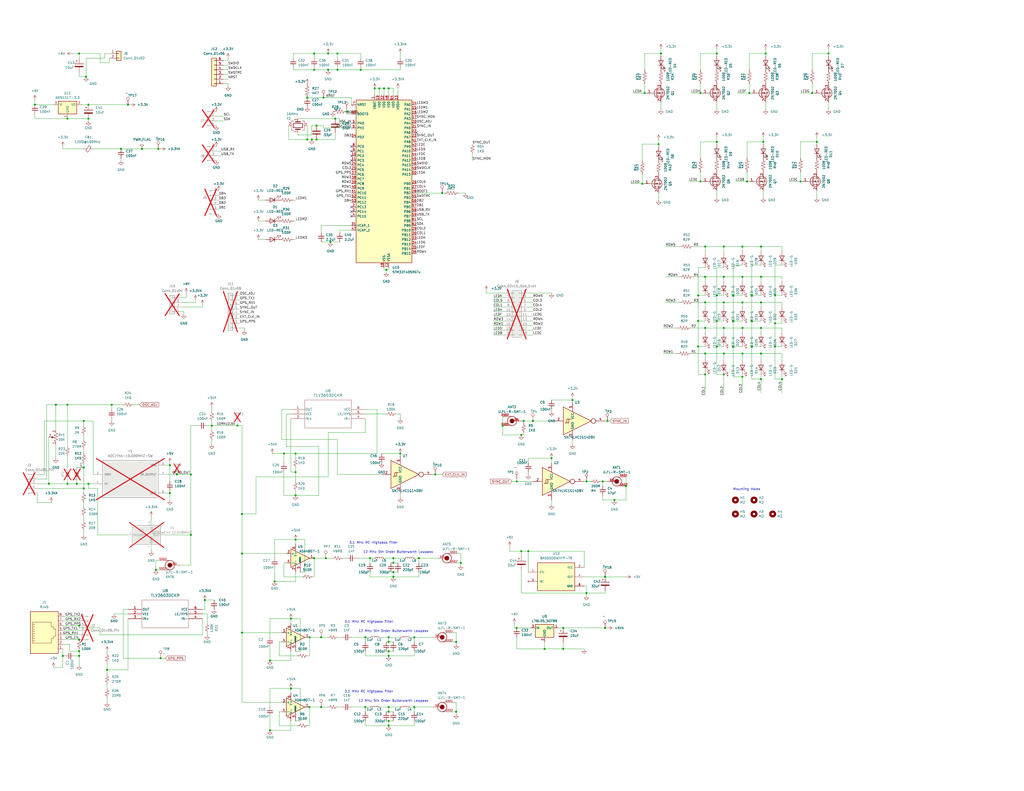
<source format=kicad_sch>
(kicad_sch (version 20230121) (generator eeschema)
  (paper "C")
  (title_block (title "Blinky V4") (rev "v4") (company "Cullen Jennings"))
  (junction (at 415.29 151.13))
  (junction (at 405.13 205.74))
  (junction (at 43.18 355.6))
  (junction (at 426.72 207.01))
  (junction (at 179.07 29.21))
  (junction (at 212.09 393.7))
  (junction (at 394.97 193.04))
  (junction (at 394.97 179.07))
  (junction (at 391.16 77.47))
  (junction (at 290.83 229.87))
  (junction (at 226.06 386.08))
  (junction (at 384.81 204.47))
  (junction (at 104.14 259.08))
  (junction (at 251.46 307.34))
  (junction (at 331.47 229.87))
  (junction (at 46.99 41.91))
  (junction (at 405.13 179.07))
  (junction (at 48.26 64.77))
  (junction (at 161.29 270.51))
  (junction (at 400.05 175.26))
  (junction (at 384.81 165.1))
  (junction (at 214.63 314.96))
  (junction (at 384.81 193.04))
  (junction (at 158.75 375.92))
  (junction (at 415.29 179.07))
  (junction (at 43.18 341.63))
  (junction (at 207.01 48.26))
  (junction (at 172.72 76.2))
  (junction (at 182.88 64.77))
  (junction (at 168.91 347.98))
  (junction (at 41.91 264.16))
  (junction (at 391.16 175.26))
  (junction (at 422.91 161.29))
  (junction (at 189.23 60.96))
  (junction (at 381 161.29))
  (junction (at 86.36 81.28))
  (junction (at 410.21 175.26))
  (junction (at 281.94 262.89))
  (junction (at 452.12 29.21))
  (junction (at 394.97 134.62))
  (junction (at 405.13 134.62))
  (junction (at 43.18 358.14))
  (junction (at 415.29 165.1))
  (junction (at 284.48 300.99))
  (junction (at 330.2 342.9))
  (junction (at 391.16 161.29))
  (junction (at 384.81 151.13))
  (junction (at 443.23 50.8))
  (junction (at 212.09 347.98))
  (junction (at 417.83 29.21))
  (junction (at 415.29 207.01))
  (junction (at 36.83 220.98))
  (junction (at 154.94 247.65))
  (junction (at 45.72 229.87))
  (junction (at 167.64 53.34))
  (junction (at 176.53 53.34))
  (junction (at 43.18 349.25))
  (junction (at 171.45 38.1))
  (junction (at 274.32 232.41))
  (junction (at 241.3 105.41))
  (junction (at 381 189.23))
  (junction (at 149.86 317.5))
  (junction (at 85.09 311.15))
  (junction (at 416.56 77.47))
  (junction (at 77.47 81.28))
  (junction (at 92.71 269.24))
  (junction (at 384.81 134.62))
  (junction (at 179.07 38.1))
  (junction (at 360.68 29.21))
  (junction (at 170.18 76.2))
  (junction (at 382.27 99.06))
  (junction (at 201.93 304.8))
  (junction (at 214.63 312.42))
  (junction (at 171.45 29.21))
  (junction (at 48.26 264.16))
  (junction (at 69.85 57.15))
  (junction (at 147.32 360.68))
  (junction (at 307.34 354.33))
  (junction (at 212.09 358.14))
  (junction (at 132.08 345.44))
  (junction (at 214.63 304.8))
  (junction (at 34.29 358.14))
  (junction (at 400.05 161.29))
  (junction (at 96.52 259.08))
  (junction (at 312.42 218.44))
  (junction (at 26.67 264.16))
  (junction (at 445.77 77.47))
  (junction (at 58.42 365.76))
  (junction (at 212.09 396.24))
  (junction (at 391.16 29.21))
  (junction (at 350.52 100.33))
  (junction (at 297.18 354.33))
  (junction (at 199.39 347.98))
  (junction (at 212.09 350.52))
  (junction (at 218.44 247.65))
  (junction (at 168.91 386.08))
  (junction (at 30.48 220.98))
  (junction (at 132.08 302.26))
  (junction (at 184.15 29.21))
  (junction (at 405.13 165.1))
  (junction (at 92.71 254))
  (junction (at 184.15 38.1))
  (junction (at 400.05 189.23))
  (junction (at 436.88 99.06))
  (junction (at 237.49 259.08))
  (junction (at 248.92 350.52))
  (junction (at 111.76 327.66))
  (junction (at 36.83 264.16))
  (junction (at 248.92 388.62))
  (junction (at 60.96 220.98))
  (junction (at 351.79 50.8))
  (junction (at 300.99 250.19))
  (junction (at 45.72 266.7))
  (junction (at 391.16 189.23))
  (junction (at 212.09 388.62))
  (junction (at 410.21 161.29))
  (junction (at 320.04 262.89))
  (junction (at 199.39 386.08))
  (junction (at 19.05 57.15))
  (junction (at 281.94 342.9))
  (junction (at 330.2 314.96))
  (junction (at 147.32 398.78))
  (junction (at 407.67 99.06))
  (junction (at 196.85 38.1))
  (junction (at 212.09 386.08))
  (junction (at 48.26 57.15))
  (junction (at 104.14 292.1))
  (junction (at 320.04 323.85))
  (junction (at 415.29 134.62))
  (junction (at 161.29 294.64))
  (junction (at 209.55 48.26))
  (junction (at 175.26 386.08))
  (junction (at 288.29 300.99))
  (junction (at 382.27 50.8))
  (junction (at 226.06 347.98))
  (junction (at 172.72 68.58))
  (junction (at 177.8 304.8))
  (junction (at 422.91 176.53))
  (junction (at 394.97 204.47))
  (junction (at 212.09 355.6))
  (junction (at 408.94 50.8))
  (junction (at 410.21 189.23))
  (junction (at 214.63 307.34))
  (junction (at 394.97 151.13))
  (junction (at 307.34 342.9))
  (junction (at 161.29 257.81))
  (junction (at 212.09 48.26))
  (junction (at 384.81 179.07))
  (junction (at 66.04 81.28))
  (junction (at 204.47 48.26))
  (junction (at 167.64 76.2))
  (junction (at 359.41 78.74))
  (junction (at 381 175.26))
  (junction (at 405.13 151.13))
  (junction (at 422.91 189.23))
  (junction (at 115.57 232.41))
  (junction (at 405.13 193.04))
  (junction (at 180.34 132.08))
  (junction (at 394.97 165.1))
  (junction (at 132.08 280.67))
  (junction (at 158.75 337.82))
  (junction (at 210.82 147.32))
  (junction (at 415.29 193.04))
  (junction (at 175.26 347.98))
  (junction (at 335.28 273.05))
  (junction (at 228.6 304.8))
  (junction (at 36.83 64.77))
  (junction (at 284.48 237.49))
  (junction (at 161.29 247.65))
  (junction (at 129.54 232.41))
  (junction (at 285.75 229.87))
  (junction (at 43.18 29.21))
  (junction (at 87.63 359.41))
  (junction (at 171.45 304.8))
  (junction (at 328.93 262.89))
  (junction (at 45.72 255.27))
  (junction (at 341.63 265.43))
  (no_connect (at 191.77 80.01))
  (no_connect (at 191.77 115.57))
  (no_connect (at 191.77 113.03))
  (no_connect (at 191.77 82.55))
  (no_connect (at 227.33 72.39))
  (no_connect (at 191.77 87.63))
  (no_connect (at 191.77 118.11))
  (no_connect (at 191.77 85.09))
  (wire (pts (xy 43.18 39.37) (xy 43.18 41.91)))
  (wire (pts (xy 246.38 383.54) (xy 248.92 383.54)))
  (wire (pts (xy 160.02 29.21) (xy 171.45 29.21)))
  (wire (pts (xy 184.15 347.98) (xy 186.69 347.98)))
  (wire (pts (xy 407.67 99.06) (xy 407.67 93.98)))
  (wire (pts (xy 218.44 29.21) (xy 218.44 31.75)))
  (wire (pts (xy 391.16 104.14) (xy 391.16 107.95)))
  (wire (pts (xy 250.19 105.41) (xy 254 105.41)))
  (wire (pts (xy 121.92 40.64) (xy 124.46 40.64)))
  (wire (pts (xy 201.93 312.42) (xy 201.93 314.96)))
  (wire (pts (xy 288.29 180.34) (xy 290.83 180.34)))
  (wire (pts (xy 300.99 218.44) (xy 312.42 218.44)))
  (wire (pts (xy 111.76 332.74) (xy 110.49 332.74)))
  (wire (pts (xy 400.05 144.78) (xy 400.05 161.29)))
  (wire (pts (xy 115.57 229.87) (xy 115.57 232.41)))
  (wire (pts (xy 99.06 167.64) (xy 110.49 167.64)))
  (wire (pts (xy 251.46 302.26) (xy 251.46 307.34)))
  (wire (pts (xy 217.17 48.26) (xy 217.17 52.07)))
  (wire (pts (xy 189.23 62.23) (xy 189.23 60.96)))
  (wire (pts (xy 426.72 167.64) (xy 426.72 165.1)))
  (wire (pts (xy 196.85 29.21) (xy 184.15 29.21)))
  (wire (pts (xy 161.29 317.5) (xy 161.29 312.42)))
  (wire (pts (xy 87.63 359.41) (xy 90.17 359.41)))
  (wire (pts (xy 415.29 175.26) (xy 410.21 175.26)))
  (wire (pts (xy 191.77 386.08) (xy 199.39 386.08)))
  (wire (pts (xy 443.23 45.72) (xy 443.23 50.8)))
  (wire (pts (xy 318.77 314.96) (xy 330.2 314.96)))
  (wire (pts (xy 44.45 57.15) (xy 48.26 57.15)))
  (wire (pts (xy 48.26 64.77) (xy 48.26 66.04)))
  (wire (pts (xy 113.03 345.44) (xy 113.03 346.71)))
  (wire (pts (xy 156.21 243.84) (xy 173.99 243.84)))
  (wire (pts (xy 401.32 99.06) (xy 407.67 99.06)))
  (wire (pts (xy 161.29 294.64) (xy 161.29 297.18)))
  (wire (pts (xy 104.14 232.41) (xy 107.95 232.41)))
  (wire (pts (xy 426.72 179.07) (xy 415.29 179.07)))
  (wire (pts (xy 157.48 76.2) (xy 167.64 76.2)))
  (wire (pts (xy 154.94 247.65) (xy 148.59 247.65)))
  (wire (pts (xy 154.94 257.81) (xy 154.94 270.51)))
  (wire (pts (xy 377.19 179.07) (xy 384.81 179.07)))
  (wire (pts (xy 171.45 29.21) (xy 179.07 29.21)))
  (wire (pts (xy 29.21 364.49) (xy 34.29 364.49)))
  (wire (pts (xy 161.29 247.65) (xy 205.74 247.65)))
  (wire (pts (xy 407.67 99.06) (xy 408.94 99.06)))
  (wire (pts (xy 394.97 204.47) (xy 394.97 215.9)))
  (wire (pts (xy 167.64 76.2) (xy 170.18 76.2)))
  (wire (pts (xy 43.18 341.63) (xy 43.18 342.9)))
  (wire (pts (xy 248.92 350.52) (xy 248.92 351.79)))
  (wire (pts (xy 132.08 280.67) (xy 132.08 232.41)))
  (wire (pts (xy 34.29 358.14) (xy 34.29 354.33)))
  (wire (pts (xy 210.82 355.6) (xy 212.09 355.6)))
  (wire (pts (xy 58.42 373.38) (xy 58.42 375.92)))
  (wire (pts (xy 217.17 312.42) (xy 214.63 312.42)))
  (wire (pts (xy 408.94 38.1) (xy 408.94 29.21)))
  (wire (pts (xy 426.72 175.26) (xy 426.72 176.53)))
  (wire (pts (xy 167.64 396.24) (xy 168.91 396.24)))
  (wire (pts (xy 27.94 274.32) (xy 20.32 274.32)))
  (wire (pts (xy 147.32 337.82) (xy 158.75 337.82)))
  (wire (pts (xy 422.91 207.01) (xy 426.72 207.01)))
  (wire (pts (xy 246.38 350.52) (xy 248.92 350.52)))
  (wire (pts (xy 381 204.47) (xy 384.81 204.47)))
  (wire (pts (xy 121.92 38.1) (xy 124.46 38.1)))
  (wire (pts (xy 426.72 153.67) (xy 426.72 151.13)))
  (wire (pts (xy 48.26 57.15) (xy 69.85 57.15)))
  (wire (pts (xy 436.88 50.8) (xy 443.23 50.8)))
  (wire (pts (xy 384.81 153.67) (xy 384.81 151.13)))
  (wire (pts (xy 110.49 346.71) (xy 54.61 346.71)))
  (wire (pts (xy 196.85 31.75) (xy 196.85 29.21)))
  (wire (pts (xy 281.94 262.89) (xy 290.83 262.89)))
  (wire (pts (xy 140.97 130.81) (xy 144.78 130.81)))
  (wire (pts (xy 25.4 220.98) (xy 25.4 261.62)))
  (wire (pts (xy 300.99 250.19) (xy 300.99 252.73)))
  (wire (pts (xy 115.57 240.03) (xy 115.57 242.57)))
  (wire (pts (xy 331.47 229.87) (xy 332.74 229.87)))
  (wire (pts (xy 177.8 304.8) (xy 181.61 304.8)))
  (wire (pts (xy 391.16 77.47) (xy 391.16 78.74)))
  (wire (pts (xy 391.16 29.21) (xy 391.16 30.48)))
  (wire (pts (xy 410.21 189.23) (xy 410.21 207.01)))
  (wire (pts (xy 92.71 254) (xy 92.71 262.89)))
  (wire (pts (xy 118.11 85.09) (xy 120.65 85.09)))
  (wire (pts (xy 53.34 266.7) (xy 48.26 266.7)))
  (wire (pts (xy 405.13 151.13) (xy 394.97 151.13)))
  (wire (pts (xy 121.92 43.18) (xy 124.46 43.18)))
  (wire (pts (xy 214.63 312.42) (xy 214.63 314.96)))
  (wire (pts (xy 350.52 87.63) (xy 350.52 78.74)))
  (wire (pts (xy 251.46 307.34) (xy 251.46 308.61)))
  (wire (pts (xy 275.59 160.02) (xy 265.43 160.02)))
  (wire (pts (xy 405.13 193.04) (xy 394.97 193.04)))
  (wire (pts (xy 168.91 358.14) (xy 168.91 347.98)))
  (wire (pts (xy 288.29 172.72) (xy 290.83 172.72)))
  (wire (pts (xy 124.46 45.72) (xy 124.46 46.99)))
  (wire (pts (xy 407.67 86.36) (xy 407.67 77.47)))
  (wire (pts (xy 149.86 304.8) (xy 149.86 294.64)))
  (wire (pts (xy 400.05 205.74) (xy 405.13 205.74)))
  (wire (pts (xy 92.71 267.97) (xy 92.71 269.24)))
  (wire (pts (xy 328.93 270.51) (xy 328.93 273.05)))
  (wire (pts (xy 341.63 265.43) (xy 341.63 273.05)))
  (wire (pts (xy 133.35 179.07) (xy 133.35 180.34)))
  (wire (pts (xy 284.48 311.15) (xy 284.48 323.85)))
  (wire (pts (xy 43.18 342.9) (xy 54.61 342.9)))
  (wire (pts (xy 43.18 355.6) (xy 43.18 358.14)))
  (wire (pts (xy 43.18 354.33) (xy 43.18 355.6)))
  (wire (pts (xy 170.18 76.2) (xy 172.72 76.2)))
  (wire (pts (xy 30.48 242.57) (xy 30.48 250.19)))
  (wire (pts (xy 405.13 196.85) (xy 405.13 193.04)))
  (wire (pts (xy 99.06 170.18) (xy 100.33 170.18)))
  (wire (pts (xy 201.93 347.98) (xy 199.39 347.98)))
  (wire (pts (xy 436.88 86.36) (xy 436.88 77.47)))
  (wire (pts (xy 400.05 175.26) (xy 405.13 175.26)))
  (wire (pts (xy 351.79 38.1) (xy 351.79 29.21)))
  (wire (pts (xy 382.27 99.06) (xy 383.54 99.06)))
  (wire (pts (xy 162.56 64.77) (xy 182.88 64.77)))
  (wire (pts (xy 416.56 74.93) (xy 416.56 77.47)))
  (wire (pts (xy 176.53 53.34) (xy 167.64 53.34)))
  (wire (pts (xy 106.68 165.1) (xy 106.68 163.83)))
  (wire (pts (xy 113.03 232.41) (xy 115.57 232.41)))
  (wire (pts (xy 60.96 220.98) (xy 60.96 223.52)))
  (wire (pts (xy 69.85 337.82) (xy 69.85 365.76)))
  (wire (pts (xy 426.72 134.62) (xy 415.29 134.62)))
  (wire (pts (xy 100.33 170.18) (xy 100.33 171.45)))
  (wire (pts (xy 307.34 342.9) (xy 330.2 342.9)))
  (wire (pts (xy 129.54 232.41) (xy 132.08 232.41)))
  (wire (pts (xy 87.63 306.07) (xy 85.09 306.07)))
  (wire (pts (xy 160.02 38.1) (xy 171.45 38.1)))
  (wire (pts (xy 215.9 226.06) (xy 218.44 226.06)))
  (wire (pts (xy 382.27 50.8) (xy 383.54 50.8)))
  (wire (pts (xy 226.06 347.98) (xy 226.06 350.52)))
  (wire (pts (xy 318.77 262.89) (xy 320.04 262.89)))
  (wire (pts (xy 382.27 29.21) (xy 391.16 29.21)))
  (wire (pts (xy 191.77 125.73) (xy 185.42 125.73)))
  (wire (pts (xy 426.72 165.1) (xy 415.29 165.1)))
  (wire (pts (xy 91.44 269.24) (xy 92.71 269.24)))
  (wire (pts (xy 436.88 93.98) (xy 436.88 99.06)))
  (wire (pts (xy 210.82 350.52) (xy 212.09 350.52)))
  (wire (pts (xy 281.94 342.9) (xy 280.67 342.9)))
  (wire (pts (xy 226.06 355.6) (xy 226.06 358.14)))
  (wire (pts (xy 175.26 123.19) (xy 191.77 123.19)))
  (wire (pts (xy 381 175.26) (xy 381 189.23)))
  (wire (pts (xy 394.97 179.07) (xy 384.81 179.07)))
  (wire (pts (xy 410.21 161.29) (xy 415.29 161.29)))
  (wire (pts (xy 66.04 86.36) (xy 66.04 87.63)))
  (wire (pts (xy 149.86 317.5) (xy 161.29 317.5)))
  (wire (pts (xy 43.18 41.91) (xy 46.99 41.91)))
  (wire (pts (xy 359.41 105.41) (xy 359.41 109.22)))
  (wire (pts (xy 173.99 243.84) (xy 173.99 270.51)))
  (wire (pts (xy 154.94 270.51) (xy 161.29 270.51)))
  (wire (pts (xy 415.29 207.01) (xy 415.29 214.63)))
  (wire (pts (xy 161.29 393.7) (xy 163.83 393.7)))
  (wire (pts (xy 410.21 175.26) (xy 410.21 189.23)))
  (wire (pts (xy 269.24 182.88) (xy 275.59 182.88)))
  (wire (pts (xy 279.4 262.89) (xy 281.94 262.89)))
  (wire (pts (xy 58.42 355.6) (xy 58.42 356.87)))
  (wire (pts (xy 45.72 274.32) (xy 45.72 276.86)))
  (wire (pts (xy 210.82 148.59) (xy 210.82 147.32)))
  (wire (pts (xy 41.91 264.16) (xy 41.91 262.89)))
  (wire (pts (xy 320.04 325.12) (xy 320.04 323.85)))
  (wire (pts (xy 152.4 350.52) (xy 153.67 350.52)))
  (wire (pts (xy 158.75 228.6) (xy 158.75 257.81)))
  (wire (pts (xy 391.16 146.05) (xy 391.16 161.29)))
  (wire (pts (xy 212.09 48.26) (xy 214.63 48.26)))
  (wire (pts (xy 50.8 81.28) (xy 66.04 81.28)))
  (wire (pts (xy 422.91 189.23) (xy 422.91 207.01)))
  (wire (pts (xy 199.39 347.98) (xy 199.39 350.52)))
  (wire (pts (xy 115.57 232.41) (xy 129.54 232.41)))
  (wire (pts (xy 157.48 68.58) (xy 157.48 76.2)))
  (wire (pts (xy 288.29 182.88) (xy 290.83 182.88)))
  (wire (pts (xy 165.1 314.96) (xy 154.94 314.96)))
  (wire (pts (xy 416.56 77.47) (xy 416.56 78.74)))
  (wire (pts (xy 90.17 292.1) (xy 104.14 292.1)))
  (wire (pts (xy 265.43 160.02) (xy 265.43 158.75)))
  (wire (pts (xy 153.67 345.44) (xy 132.08 345.44)))
  (wire (pts (xy 212.09 146.05) (xy 212.09 147.32)))
  (wire (pts (xy 284.48 300.99) (xy 288.29 300.99)))
  (wire (pts (xy 350.52 78.74) (xy 359.41 78.74)))
  (wire (pts (xy 391.16 74.93) (xy 391.16 77.47)))
  (wire (pts (xy 391.16 161.29) (xy 394.97 161.29)))
  (wire (pts (xy 384.81 204.47) (xy 384.81 215.9)))
  (wire (pts (xy 350.52 95.25) (xy 350.52 100.33)))
  (wire (pts (xy 426.72 151.13) (xy 415.29 151.13)))
  (wire (pts (xy 20.32 264.16) (xy 26.67 264.16)))
  (wire (pts (xy 415.29 193.04) (xy 426.72 193.04)))
  (wire (pts (xy 320.04 262.89) (xy 322.58 262.89)))
  (wire (pts (xy 384.81 151.13) (xy 378.46 151.13)))
  (wire (pts (xy 121.92 33.02) (xy 124.46 33.02)))
  (wire (pts (xy 30.48 220.98) (xy 30.48 234.95)))
  (wire (pts (xy 124.46 33.02) (xy 124.46 31.75)))
  (wire (pts (xy 360.68 55.88) (xy 360.68 59.69)))
  (wire (pts (xy 415.29 204.47) (xy 415.29 207.01)))
  (wire (pts (xy 363.22 165.1) (xy 370.84 165.1)))
  (wire (pts (xy 408.94 50.8) (xy 408.94 45.72)))
  (wire (pts (xy 212.09 393.7) (xy 212.09 396.24)))
  (wire (pts (xy 384.81 193.04) (xy 377.19 193.04)))
  (wire (pts (xy 350.52 100.33) (xy 351.79 100.33)))
  (wire (pts (xy 394.97 146.05) (xy 391.16 146.05)))
  (wire (pts (xy 288.29 250.19) (xy 300.99 250.19)))
  (wire (pts (xy 160.02 130.81) (xy 161.29 130.81)))
  (wire (pts (xy 147.32 353.06) (xy 147.32 360.68)))
  (wire (pts (xy 436.88 99.06) (xy 438.15 99.06)))
  (wire (pts (xy 278.13 298.45) (xy 278.13 300.99)))
  (wire (pts (xy 34.29 339.09) (xy 43.18 339.09)))
  (wire (pts (xy 452.12 55.88) (xy 452.12 59.69)))
  (wire (pts (xy 45.72 266.7) (xy 45.72 269.24)))
  (wire (pts (xy 36.83 248.92) (xy 36.83 255.27)))
  (wire (pts (xy 72.39 220.98) (xy 76.2 220.98)))
  (wire (pts (xy 158.75 360.68) (xy 158.75 355.6)))
  (wire (pts (xy 199.39 396.24) (xy 212.09 396.24)))
  (wire (pts (xy 284.48 323.85) (xy 320.04 323.85)))
  (wire (pts (xy 179.07 260.35) (xy 179.07 236.22)))
  (wire (pts (xy 152.4 358.14) (xy 152.4 350.52)))
  (wire (pts (xy 384.81 175.26) (xy 381 175.26)))
  (wire (pts (xy 445.77 104.14) (xy 445.77 107.95)))
  (wire (pts (xy 104.14 259.08) (xy 104.14 292.1)))
  (wire (pts (xy 400.05 175.26) (xy 400.05 189.23)))
  (wire (pts (xy 351.79 45.72) (xy 351.79 50.8)))
  (wire (pts (xy 248.92 302.26) (xy 251.46 302.26)))
  (wire (pts (xy 57.15 29.21) (xy 57.15 31.75)))
  (wire (pts (xy 394.97 165.1) (xy 384.81 165.1)))
  (wire (pts (xy 185.42 125.73) (xy 185.42 127)))
  (wire (pts (xy 40.64 358.14) (xy 43.18 358.14)))
  (wire (pts (xy 363.22 151.13) (xy 370.84 151.13)))
  (wire (pts (xy 34.29 344.17) (xy 43.18 344.17)))
  (wire (pts (xy 285.75 229.87) (xy 285.75 231.14)))
  (wire (pts (xy 246.38 345.44) (xy 248.92 345.44)))
  (wire (pts (xy 160.02 109.22) (xy 161.29 109.22)))
  (wire (pts (xy 147.32 360.68) (xy 158.75 360.68)))
  (wire (pts (xy 38.1 351.79) (xy 38.1 355.6)))
  (wire (pts (xy 36.83 264.16) (xy 41.91 264.16)))
  (wire (pts (xy 182.88 64.77) (xy 185.42 64.77)))
  (wire (pts (xy 228.6 314.96) (xy 214.63 314.96)))
  (wire (pts (xy 149.86 294.64) (xy 161.29 294.64)))
  (wire (pts (xy 168.91 396.24) (xy 168.91 386.08)))
  (wire (pts (xy 417.83 55.88) (xy 417.83 59.69)))
  (wire (pts (xy 48.26 264.16) (xy 50.8 264.16)))
  (wire (pts (xy 191.77 53.34) (xy 176.53 53.34)))
  (wire (pts (xy 214.63 304.8) (xy 214.63 307.34)))
  (wire (pts (xy 341.63 273.05) (xy 335.28 273.05)))
  (wire (pts (xy 391.16 189.23) (xy 391.16 204.47)))
  (wire (pts (xy 426.72 196.85) (xy 426.72 193.04)))
  (wire (pts (xy 269.24 177.8) (xy 275.59 177.8)))
  (wire (pts (xy 400.05 161.29) (xy 400.05 175.26)))
  (wire (pts (xy 191.77 57.15) (xy 191.77 53.34)))
  (wire (pts (xy 152.4 396.24) (xy 152.4 388.62)))
  (wire (pts (xy 41.91 255.27) (xy 45.72 255.27)))
  (wire (pts (xy 20.32 266.7) (xy 45.72 266.7)))
  (wire (pts (xy 161.29 257.81) (xy 161.29 262.89)))
  (wire (pts (xy 384.81 203.2) (xy 384.81 204.47)))
  (wire (pts (xy 304.8 342.9) (xy 307.34 342.9)))
  (wire (pts (xy 162.56 73.66) (xy 170.18 73.66)))
  (wire (pts (xy 218.44 226.06) (xy 218.44 228.6)))
  (wire (pts (xy 226.06 396.24) (xy 212.09 396.24)))
  (wire (pts (xy 66.04 81.28) (xy 77.47 81.28)))
  (wire (pts (xy 46.99 31.75) (xy 46.99 41.91)))
  (wire (pts (xy 400.05 189.23) (xy 405.13 189.23)))
  (wire (pts (xy 41.91 264.16) (xy 48.26 264.16)))
  (wire (pts (xy 426.72 176.53) (xy 422.91 176.53)))
  (wire (pts (xy 118.11 66.04) (xy 121.92 66.04)))
  (wire (pts (xy 163.83 393.7) (xy 163.83 375.92)))
  (wire (pts (xy 82.55 299.72) (xy 82.55 300.99)))
  (wire (pts (xy 445.77 77.47) (xy 445.77 78.74)))
  (wire (pts (xy 415.29 165.1) (xy 415.29 167.64)))
  (wire (pts (xy 415.29 151.13) (xy 405.13 151.13)))
  (wire (pts (xy 226.06 393.7) (xy 226.06 396.24)))
  (wire (pts (xy 19.05 57.15) (xy 29.21 57.15)))
  (wire (pts (xy 391.16 161.29) (xy 391.16 175.26)))
  (wire (pts (xy 288.29 257.81) (xy 288.29 259.08)))
  (wire (pts (xy 241.3 105.41) (xy 242.57 105.41)))
  (wire (pts (xy 204.47 48.26) (xy 207.01 48.26)))
  (wire (pts (xy 407.67 77.47) (xy 416.56 77.47)))
  (wire (pts (xy 184.15 386.08) (xy 186.69 386.08)))
  (wire (pts (xy 405.13 179.07) (xy 405.13 181.61)))
  (wire (pts (xy 207.01 347.98) (xy 212.09 347.98)))
  (wire (pts (xy 351.79 50.8) (xy 353.06 50.8)))
  (wire (pts (xy 54.61 346.71) (xy 54.61 342.9)))
  (wire (pts (xy 20.32 274.32) (xy 20.32 269.24)))
  (wire (pts (xy 53.34 292.1) (xy 53.34 266.7)))
  (wire (pts (xy 381 161.29) (xy 384.81 161.29)))
  (wire (pts (xy 381 189.23) (xy 384.81 189.23)))
  (wire (pts (xy 402.59 50.8) (xy 408.94 50.8)))
  (wire (pts (xy 288.29 252.73) (xy 288.29 250.19)))
  (wire (pts (xy 171.45 36.83) (xy 171.45 38.1)))
  (wire (pts (xy 214.63 355.6) (xy 212.09 355.6)))
  (wire (pts (xy 212.09 347.98) (xy 212.09 350.52)))
  (wire (pts (xy 384.81 165.1) (xy 384.81 167.64)))
  (wire (pts (xy 445.77 74.93) (xy 445.77 77.47)))
  (wire (pts (xy 212.09 147.32) (xy 210.82 147.32)))
  (wire (pts (xy 154.94 314.96) (xy 154.94 307.34)))
  (wire (pts (xy 147.32 386.08) (xy 147.32 375.92)))
  (wire (pts (xy 410.21 144.78) (xy 410.21 161.29)))
  (wire (pts (xy 210.82 147.32) (xy 209.55 147.32)))
  (wire (pts (xy 330.2 323.85) (xy 330.2 322.58)))
  (wire (pts (xy 415.29 134.62) (xy 405.13 134.62)))
  (wire (pts (xy 204.47 304.8) (xy 201.93 304.8)))
  (wire (pts (xy 285.75 237.49) (xy 284.48 237.49)))
  (wire (pts (xy 408.94 50.8) (xy 410.21 50.8)))
  (wire (pts (xy 248.92 345.44) (xy 248.92 350.52)))
  (wire (pts (xy 405.13 134.62) (xy 405.13 137.16)))
  (wire (pts (xy 228.6 312.42) (xy 228.6 314.96)))
  (wire (pts (xy 391.16 204.47) (xy 394.97 204.47)))
  (wire (pts (xy 132.08 302.26) (xy 156.21 302.26)))
  (wire (pts (xy 162.56 358.14) (xy 152.4 358.14)))
  (wire (pts (xy 62.23 335.28) (xy 69.85 335.28)))
  (wire (pts (xy 228.6 304.8) (xy 228.6 307.34)))
  (wire (pts (xy 360.68 29.21) (xy 360.68 30.48)))
  (wire (pts (xy 281.94 354.33) (xy 297.18 354.33)))
  (wire (pts (xy 218.44 247.65) (xy 218.44 248.92)))
  (wire (pts (xy 278.13 300.99) (xy 284.48 300.99)))
  (wire (pts (xy 104.14 232.41) (xy 104.14 259.08)))
  (wire (pts (xy 69.85 57.15) (xy 71.12 57.15)))
  (wire (pts (xy 163.83 312.42) (xy 166.37 312.42)))
  (wire (pts (xy 176.53 68.58) (xy 172.72 68.58)))
  (wire (pts (xy 48.26 266.7) (xy 48.26 264.16)))
  (wire (pts (xy 43.18 358.14) (xy 43.18 363.22)))
  (wire (pts (xy 207.01 386.08) (xy 212.09 386.08)))
  (wire (pts (xy 26.67 264.16) (xy 36.83 264.16)))
  (wire (pts (xy 199.39 226.06) (xy 210.82 226.06)))
  (wire (pts (xy 50.8 259.08) (xy 50.8 229.87)))
  (wire (pts (xy 171.45 38.1) (xy 179.07 38.1)))
  (wire (pts (xy 153.67 383.54) (xy 132.08 383.54)))
  (wire (pts (xy 152.4 388.62) (xy 153.67 388.62)))
  (wire (pts (xy 312.42 240.03) (xy 312.42 242.57)))
  (wire (pts (xy 101.6 162.56) (xy 101.6 160.02)))
  (wire (pts (xy 85.09 311.15) (xy 87.63 311.15)))
  (wire (pts (xy 154.94 307.34) (xy 156.21 307.34)))
  (wire (pts (xy 166.37 312.42) (xy 166.37 294.64)))
  (wire (pts (xy 36.83 220.98) (xy 60.96 220.98)))
  (wire (pts (xy 426.72 181.61) (xy 426.72 179.07)))
  (wire (pts (xy 45.72 255.27) (xy 45.72 266.7)))
  (wire (pts (xy 426.72 207.01) (xy 426.72 214.63)))
  (wire (pts (xy 175.26 347.98) (xy 179.07 347.98)))
  (wire (pts (xy 189.23 59.69) (xy 189.23 60.96)))
  (wire (pts (xy 34.29 336.55) (xy 43.18 336.55)))
  (wire (pts (xy 110.49 337.82) (xy 110.49 346.71)))
  (wire (pts (xy 218.44 269.24) (xy 218.44 271.78)))
  (wire (pts (xy 43.18 29.21) (xy 43.18 31.75)))
  (wire (pts (xy 384.81 134.62) (xy 384.81 138.43)))
  (wire (pts (xy 147.32 391.16) (xy 147.32 398.78)))
  (wire (pts (xy 161.29 247.65) (xy 161.29 250.19)))
  (wire (pts (xy 104.14 259.08) (xy 96.52 259.08)))
  (wire (pts (xy 140.97 120.65) (xy 144.78 120.65)))
  (wire (pts (xy 345.44 50.8) (xy 351.79 50.8)))
  (wire (pts (xy 415.29 179.07) (xy 415.29 181.61)))
  (wire (pts (xy 360.68 26.67) (xy 360.68 29.21)))
  (wire (pts (xy 452.12 26.67) (xy 452.12 29.21)))
  (wire (pts (xy 408.94 29.21) (xy 417.83 29.21)))
  (wire (pts (xy 201.93 314.96) (xy 214.63 314.96)))
  (wire (pts (xy 92.71 269.24) (xy 92.71 273.05)))
  (wire (pts (xy 115.57 222.25) (xy 115.57 224.79)))
  (wire (pts (xy 162.56 72.39) (xy 162.56 73.66)))
  (wire (pts (xy 199.39 355.6) (xy 199.39 358.14)))
  (wire (pts (xy 158.75 375.92) (xy 158.75 378.46)))
  (wire (pts (xy 168.91 347.98) (xy 175.26 347.98)))
  (wire (pts (xy 184.15 29.21) (xy 184.15 31.75)))
  (wire (pts (xy 60.96 220.98) (xy 67.31 220.98)))
  (wire (pts (xy 330.2 229.87) (xy 331.47 229.87)))
  (wire (pts (xy 196.85 36.83) (xy 196.85 38.1)))
  (wire (pts (xy 377.19 50.8) (xy 382.27 50.8)))
  (wire (pts (xy 147.32 398.78) (xy 158.75 398.78)))
  (wire (pts (xy 312.42 217.17) (xy 312.42 218.44)))
  (wire (pts (xy 320.04 320.04) (xy 320.04 323.85)))
  (wire (pts (xy 36.83 220.98) (xy 36.83 243.84)))
  (wire (pts (xy 223.52 386.08) (xy 226.06 386.08)))
  (wire (pts (xy 426.72 137.16) (xy 426.72 134.62)))
  (wire (pts (xy 43.18 29.21) (xy 54.61 29.21)))
  (wire (pts (xy 330.2 314.96) (xy 341.63 314.96)))
  (wire (pts (xy 111.76 327.66) (xy 116.84 327.66)))
  (wire (pts (xy 297.18 350.52) (xy 297.18 354.33)))
  (wire (pts (xy 34.29 81.28) (xy 45.72 81.28)))
  (wire (pts (xy 288.29 312.42) (xy 288.29 300.99)))
  (wire (pts (xy 91.44 254) (xy 92.71 254)))
  (wire (pts (xy 179.07 236.22) (xy 199.39 236.22)))
  (wire (pts (xy 281.94 342.9) (xy 289.56 342.9)))
  (wire (pts (xy 410.21 161.29) (xy 410.21 175.26)))
  (wire (pts (xy 186.69 304.8) (xy 189.23 304.8)))
  (wire (pts (xy 118.11 82.55) (xy 120.65 82.55)))
  (wire (pts (xy 422.91 144.78) (xy 422.91 161.29)))
  (wire (pts (xy 226.06 386.08) (xy 236.22 386.08)))
  (wire (pts (xy 228.6 304.8) (xy 238.76 304.8)))
  (wire (pts (xy 312.42 218.44) (xy 312.42 219.71)))
  (wire (pts (xy 158.75 226.06) (xy 156.21 226.06)))
  (wire (pts (xy 121.92 35.56) (xy 124.46 35.56)))
  (wire (pts (xy 30.48 220.98) (xy 36.83 220.98)))
  (wire (pts (xy 382.27 86.36) (xy 382.27 77.47)))
  (wire (pts (xy 194.31 304.8) (xy 201.93 304.8)))
  (wire (pts (xy 415.29 134.62) (xy 415.29 137.16)))
  (wire (pts (xy 436.88 77.47) (xy 445.77 77.47)))
  (wire (pts (xy 34.29 351.79) (xy 38.1 351.79)))
  (wire (pts (xy 394.97 193.04) (xy 394.97 196.85)))
  (wire (pts (xy 153.67 240.03) (xy 184.15 240.03)))
  (wire (pts (xy 58.42 381) (xy 58.42 383.54)))
  (wire (pts (xy 24.13 229.87) (xy 24.13 259.08)))
  (wire (pts (xy 269.24 162.56) (xy 275.59 162.56)))
  (wire (pts (xy 417.83 26.67) (xy 417.83 29.21)))
  (wire (pts (xy 140.97 109.22) (xy 144.78 109.22)))
  (wire (pts (xy 417.83 29.21) (xy 417.83 30.48)))
  (wire (pts (xy 226.06 358.14) (xy 212.09 358.14)))
  (wire (pts (xy 405.13 165.1) (xy 405.13 167.64)))
  (wire (pts (xy 19.05 54.61) (xy 19.05 57.15)))
  (wire (pts (xy 99.06 162.56) (xy 101.6 162.56)))
  (wire (pts (xy 209.55 147.32) (xy 209.55 146.05)))
  (wire (pts (xy 218.44 36.83) (xy 218.44 38.1)))
  (wire (pts (xy 170.18 314.96) (xy 171.45 314.96)))
  (wire (pts (xy 284.48 303.53) (xy 284.48 300.99)))
  (wire (pts (xy 91.44 259.08) (xy 96.52 259.08)))
  (wire (pts (xy 290.83 229.87) (xy 302.26 229.87)))
  (wire (pts (xy 226.06 386.08) (xy 226.06 388.62)))
  (wire (pts (xy 274.32 227.33) (xy 274.32 232.41)))
  (wire (pts (xy 171.45 29.21) (xy 171.45 31.75)))
  (wire (pts (xy 361.95 193.04) (xy 369.57 193.04)))
  (wire (pts (xy 405.13 151.13) (xy 405.13 153.67)))
  (wire (pts (xy 161.29 355.6) (xy 163.83 355.6)))
  (wire (pts (xy 25.4 220.98) (xy 30.48 220.98)))
  (wire (pts (xy 320.04 320.04) (xy 318.77 320.04)))
  (wire (pts (xy 226.06 347.98) (xy 236.22 347.98)))
  (wire (pts (xy 405.13 165.1) (xy 394.97 165.1)))
  (wire (pts (xy 182.88 72.39) (xy 182.88 76.2)))
  (wire (pts (xy 212.09 355.6) (xy 212.09 358.14)))
  (wire (pts (xy 344.17 100.33) (xy 350.52 100.33)))
  (wire (pts (xy 359.41 76.2) (xy 359.41 78.74)))
  (wire (pts (xy 281.94 347.98) (xy 281.94 354.33)))
  (wire (pts (xy 307.34 350.52) (xy 307.34 354.33)))
  (wire (pts (xy 284.48 237.49) (xy 274.32 237.49)))
  (wire (pts (xy 77.47 81.28) (xy 86.36 81.28)))
  (wire (pts (xy 391.16 175.26) (xy 391.16 189.23)))
  (wire (pts (xy 381 189.23) (xy 381 204.47)))
  (wire (pts (xy 168.91 386.08) (xy 175.26 386.08)))
  (wire (pts (xy 50.8 229.87) (xy 45.72 229.87)))
  (wire (pts (xy 205.74 223.52) (xy 205.74 247.65)))
  (wire (pts (xy 214.63 393.7) (xy 212.09 393.7)))
  (wire (pts (xy 359.41 78.74) (xy 359.41 80.01)))
  (wire (pts (xy 85.09 306.07) (xy 85.09 311.15)))
  (wire (pts (xy 384.81 195.58) (xy 384.81 193.04)))
  (wire (pts (xy 307.34 354.33) (xy 297.18 354.33)))
  (wire (pts (xy 281.94 261.62) (xy 281.94 262.89)))
  (wire (pts (xy 415.29 151.13) (xy 415.29 153.67)))
  (wire (pts (xy 288.29 175.26) (xy 290.83 175.26)))
  (wire (pts (xy 415.29 144.78) (xy 410.21 144.78)))
  (wire (pts (xy 110.49 335.28) (xy 113.03 335.28)))
  (wire (pts (xy 160.02 120.65) (xy 161.29 120.65)))
  (wire (pts (xy 19.05 62.23) (xy 19.05 64.77)))
  (wire (pts (xy 97.79 308.61) (xy 104.14 308.61)))
  (wire (pts (xy 212.09 386.08) (xy 218.44 386.08)))
  (wire (pts (xy 58.42 365.76) (xy 58.42 368.3)))
  (wire (pts (xy 300.99 273.05) (xy 300.99 275.59)))
  (wire (pts (xy 209.55 304.8) (xy 214.63 304.8)))
  (wire (pts (xy 207.01 48.26) (xy 207.01 52.07)))
  (wire (pts (xy 132.08 280.67) (xy 132.08 302.26)))
  (wire (pts (xy 161.29 267.97) (xy 161.29 270.51)))
  (wire (pts (xy 382.27 77.47) (xy 391.16 77.47)))
  (wire (pts (xy 328.93 262.89) (xy 331.47 262.89)))
  (wire (pts (xy 199.39 386.08) (xy 199.39 388.62)))
  (wire (pts (xy 285.75 229.87) (xy 290.83 229.87)))
  (wire (pts (xy 34.29 349.25) (xy 43.18 349.25)))
  (wire (pts (xy 208.28 247.65) (xy 218.44 247.65)))
  (wire (pts (xy 223.52 347.98) (xy 226.06 347.98)))
  (wire (pts (xy 171.45 314.96) (xy 171.45 304.8)))
  (wire (pts (xy 405.13 144.78) (xy 400.05 144.78)))
  (wire (pts (xy 132.08 280.67) (xy 139.7 280.67)))
  (wire (pts (xy 384.81 146.05) (xy 381 146.05)))
  (wire (pts (xy 167.64 358.14) (xy 168.91 358.14)))
  (wire (pts (xy 184.15 240.03) (xy 184.15 259.08)))
  (wire (pts (xy 170.18 73.66) (xy 170.18 68.58)))
  (wire (pts (xy 226.06 304.8) (xy 228.6 304.8)))
  (wire (pts (xy 201.93 386.08) (xy 199.39 386.08)))
  (wire (pts (xy 246.38 388.62) (xy 248.92 388.62)))
  (wire (pts (xy 415.29 179.07) (xy 405.13 179.07)))
  (wire (pts (xy 54.61 34.29) (xy 59.69 34.29)))
  (wire (pts (xy 147.32 347.98) (xy 147.32 337.82)))
  (wire (pts (xy 156.21 226.06) (xy 156.21 243.84)))
  (wire (pts (xy 361.95 179.07) (xy 369.57 179.07)))
  (wire (pts (xy 269.24 165.1) (xy 275.59 165.1)))
  (wire (pts (xy 328.93 262.89) (xy 328.93 265.43)))
  (wire (pts (xy 45.72 237.49) (xy 45.72 240.03)))
  (wire (pts (xy 170.18 68.58) (xy 172.72 68.58)))
  (wire (pts (xy 199.39 393.7) (xy 199.39 396.24)))
  (wire (pts (xy 36.83 64.77) (xy 48.26 64.77)))
  (wire (pts (xy 191.77 347.98) (xy 199.39 347.98)))
  (wire (pts (xy 430.53 99.06) (xy 436.88 99.06)))
  (wire (pts (xy 34.29 364.49) (xy 34.29 358.14)))
  (wire (pts (xy 175.26 132.08) (xy 180.34 132.08)))
  (wire (pts (xy 269.24 175.26) (xy 275.59 175.26)))
  (wire (pts (xy 20.32 259.08) (xy 24.13 259.08)))
  (wire (pts (xy 45.72 229.87) (xy 45.72 232.41)))
  (wire (pts (xy 300.99 223.52) (xy 300.99 224.79)))
  (wire (pts (xy 67.31 359.41) (xy 87.63 359.41)))
  (wire (pts (xy 154.94 247.65) (xy 161.29 247.65)))
  (wire (pts (xy 166.37 294.64) (xy 161.29 294.64)))
  (wire (pts (xy 269.24 180.34) (xy 275.59 180.34)))
  (wire (pts (xy 59.69 31.75) (xy 59.69 34.29)))
  (wire (pts (xy 43.18 355.6) (xy 38.1 355.6)))
  (wire (pts (xy 384.81 179.07) (xy 384.81 181.61)))
  (wire (pts (xy 82.55 281.94) (xy 82.55 284.48)))
  (wire (pts (xy 158.75 398.78) (xy 158.75 393.7)))
  (wire (pts (xy 163.83 355.6) (xy 163.83 337.82)))
  (wire (pts (xy 111.76 327.66) (xy 111.76 332.74)))
  (wire (pts (xy 69.85 332.74) (xy 67.31 332.74)))
  (wire (pts (xy 422.91 176.53) (xy 422.91 189.23)))
  (wire (pts (xy 212.09 48.26) (xy 212.09 52.07)))
  (wire (pts (xy 115.57 232.41) (xy 115.57 234.95)))
  (wire (pts (xy 394.97 138.43) (xy 394.97 134.62)))
  (wire (pts (xy 391.16 26.67) (xy 391.16 29.21)))
  (wire (pts (xy 113.03 335.28) (xy 113.03 340.36)))
  (wire (pts (xy 185.42 64.77) (xy 185.42 67.31)))
  (wire (pts (xy 191.77 62.23) (xy 189.23 62.23)))
  (wire (pts (xy 288.29 177.8) (xy 290.83 177.8)))
  (wire (pts (xy 284.48 229.87) (xy 285.75 229.87)))
  (wire (pts (xy 149.86 309.88) (xy 149.86 317.5)))
  (wire (pts (xy 426.72 144.78) (xy 422.91 144.78)))
  (wire (pts (xy 118.11 63.5) (xy 121.92 63.5)))
  (wire (pts (xy 378.46 165.1) (xy 384.81 165.1)))
  (wire (pts (xy 351.79 29.21) (xy 360.68 29.21)))
  (wire (pts (xy 280.67 340.36) (xy 280.67 342.9)))
  (wire (pts (xy 382.27 93.98) (xy 382.27 99.06)))
  (wire (pts (xy 176.53 69.85) (xy 176.53 68.58)))
  (wire (pts (xy 139.7 260.35) (xy 179.07 260.35)))
  (wire (pts (xy 330.2 342.9) (xy 331.47 342.9)))
  (wire (pts (xy 212.09 388.62) (xy 214.63 388.62)))
  (wire (pts (xy 227.33 105.41) (xy 241.3 105.41)))
  (wire (pts (xy 422.91 161.29) (xy 426.72 161.29)))
  (wire (pts (xy 45.72 252.73) (xy 45.72 255.27)))
  (wire (pts (xy 24.13 229.87) (xy 45.72 229.87)))
  (wire (pts (xy 415.29 196.85) (xy 415.29 193.04)))
  (wire (pts (xy 248.92 383.54) (xy 248.92 388.62)))
  (wire (pts (xy 199.39 358.14) (xy 212.09 358.14)))
  (wire (pts (xy 363.22 134.62) (xy 370.84 134.62)))
  (wire (pts (xy 405.13 193.04) (xy 415.29 193.04)))
  (wire (pts (xy 184.15 259.08) (xy 208.28 259.08)))
  (wire (pts (xy 45.72 281.94) (xy 45.72 284.48)))
  (wire (pts (xy 36.83 262.89) (xy 36.83 264.16)))
  (wire (pts (xy 381 161.29) (xy 381 175.26)))
  (wire (pts (xy 257.81 83.82) (xy 257.81 87.63)))
  (wire (pts (xy 288.29 162.56) (xy 290.83 162.56)))
  (wire (pts (xy 426.72 204.47) (xy 426.72 207.01)))
  (wire (pts (xy 180.34 132.08) (xy 185.42 132.08)))
  (wire (pts (xy 67.31 332.74) (xy 67.31 359.41)))
  (wire (pts (xy 210.82 393.7) (xy 212.09 393.7)))
  (wire (pts (xy 452.12 29.21) (xy 452.12 30.48)))
  (wire (pts (xy 99.06 165.1) (xy 106.68 165.1)))
  (wire (pts (xy 139.7 260.35) (xy 139.7 280.67)))
  (wire (pts (xy 179.07 38.1) (xy 184.15 38.1)))
  (wire (pts (xy 26.67 238.76) (xy 26.67 264.16)))
  (wire (pts (xy 288.29 170.18) (xy 290.83 170.18)))
  (wire (pts (xy 92.71 252.73) (xy 92.71 254)))
  (wire (pts (xy 213.36 312.42) (xy 214.63 312.42)))
  (wire (pts (xy 288.29 165.1) (xy 290.83 165.1)))
  (wire (pts (xy 394.97 134.62) (xy 384.81 134.62)))
  (wire (pts (xy 205.74 223.52) (xy 199.39 223.52)))
  (wire (pts (xy 405.13 134.62) (xy 394.97 134.62)))
  (wire (pts (xy 375.92 99.06) (xy 382.27 99.06)))
  (wire (pts (xy 248.92 388.62) (xy 248.92 389.89)))
  (wire (pts (xy 214.63 307.34) (xy 217.17 307.34)))
  (wire (pts (xy 171.45 304.8) (xy 177.8 304.8)))
  (wire (pts (xy 443.23 38.1) (xy 443.23 29.21)))
  (wire (pts (xy 335.28 273.05) (xy 328.93 273.05)))
  (wire (pts (xy 320.04 323.85) (xy 330.2 323.85)))
  (wire (pts (xy 382.27 38.1) (xy 382.27 29.21)))
  (wire (pts (xy 288.29 300.99) (xy 318.77 300.99)))
  (wire (pts (xy 382.27 45.72) (xy 382.27 50.8)))
  (wire (pts (xy 104.14 292.1) (xy 104.14 308.61)))
  (wire (pts (xy 147.32 375.92) (xy 158.75 375.92)))
  (wire (pts (xy 201.93 304.8) (xy 201.93 307.34)))
  (wire (pts (xy 69.85 365.76) (xy 58.42 365.76)))
  (wire (pts (xy 132.08 345.44) (xy 132.08 302.26)))
  (wire (pts (xy 184.15 29.21) (xy 179.07 29.21)))
  (wire (pts (xy 394.97 193.04) (xy 384.81 193.04)))
  (wire (pts (xy 86.36 81.28) (xy 87.63 81.28)))
  (wire (pts (xy 39.37 29.21) (xy 43.18 29.21)))
  (wire (pts (xy 204.47 48.26) (xy 204.47 52.07)))
  (wire (pts (xy 394.97 181.61) (xy 394.97 179.07)))
  (wire (pts (xy 45.72 245.11) (xy 45.72 247.65)))
  (wire (pts (xy 162.56 396.24) (xy 152.4 396.24)))
  (wire (pts (xy 248.92 307.34) (xy 251.46 307.34)))
  (wire (pts (xy 381 146.05) (xy 381 161.29)))
  (wire (pts (xy 207.01 48.26) (xy 209.55 48.26)))
  (wire (pts (xy 58.42 361.95) (xy 58.42 365.76)))
  (wire (pts (xy 416.56 104.14) (xy 416.56 107.95)))
  (wire (pts (xy 191.77 69.85) (xy 176.53 69.85)))
  (wire (pts (xy 269.24 167.64) (xy 275.59 167.64)))
  (wire (pts (xy 285.75 236.22) (xy 285.75 237.49)))
  (wire (pts (xy 405.13 204.47) (xy 405.13 205.74)))
  (wire (pts (xy 210.82 388.62) (xy 212.09 388.62)))
  (wire (pts (xy 54.61 29.21) (xy 54.61 34.29)))
  (wire (pts (xy 237.49 259.08) (xy 241.3 259.08)))
  (wire (pts (xy 422.91 189.23) (xy 426.72 189.23)))
  (wire (pts (xy 130.81 179.07) (xy 133.35 179.07)))
  (wire (pts (xy 132.08 383.54) (xy 132.08 345.44)))
  (wire (pts (xy 443.23 50.8) (xy 444.5 50.8)))
  (wire (pts (xy 400.05 161.29) (xy 405.13 161.29)))
  (wire (pts (xy 161.29 270.51) (xy 173.99 270.51)))
  (wire (pts (xy 394.97 151.13) (xy 384.81 151.13)))
  (wire (pts (xy 212.09 386.08) (xy 212.09 388.62)))
  (wire (pts (xy 274.32 237.49) (xy 274.32 232.41)))
  (wire (pts (xy 400.05 189.23) (xy 400.05 205.74)))
  (wire (pts (xy 158.75 337.82) (xy 158.75 340.36)))
  (wire (pts (xy 199.39 236.22) (xy 199.39 228.6)))
  (wire (pts (xy 45.72 289.56) (xy 45.72 292.1)))
  (wire (pts (xy 214.63 304.8) (xy 220.98 304.8)))
  (wire (pts (xy 391.16 55.88) (xy 391.16 59.69)))
  (wire (pts (xy 212.09 350.52) (xy 214.63 350.52)))
  (wire (pts (xy 167.64 68.58) (xy 167.64 76.2)))
  (wire (pts (xy 158.75 223.52) (xy 153.67 223.52)))
  (wire (pts (xy 341.63 260.35) (xy 341.63 265.43)))
  (wire (pts (xy 318.77 300.99) (xy 318.77 309.88)))
  (wire (pts (xy 269.24 170.18) (xy 275.59 170.18)))
  (wire (pts (xy 34.29 341.63) (xy 43.18 341.63)))
  (wire (pts (xy 160.02 31.75) (xy 160.02 29.21)))
  (wire (pts (xy 288.29 167.64) (xy 290.83 167.64)))
  (wire (pts (xy 175.26 386.08) (xy 179.07 386.08)))
  (wire (pts (xy 59.69 29.21) (xy 57.15 29.21)))
  (wire (pts (xy 391.16 189.23) (xy 394.97 189.23)))
  (wire (pts (xy 212.09 347.98) (xy 218.44 347.98)))
  (wire (pts (xy 236.22 259.08) (xy 237.49 259.08)))
  (wire (pts (xy 34.29 358.14) (xy 35.56 358.14)))
  (wire (pts (xy 34.29 346.71) (xy 43.18 346.71)))
  (wire (pts (xy 60.96 228.6) (xy 60.96 229.87)))
  (wire (pts (xy 391.16 175.26) (xy 394.97 175.26)))
  (wire (pts (xy 443.23 29.21) (xy 452.12 29.21)))
  (wire (pts (xy 46.99 31.75) (xy 57.15 31.75)))
  (wire (pts (xy 154.94 252.73) (xy 154.94 247.65)))
  (wire (pts (xy 415.29 189.23) (xy 410.21 189.23)))
  (wire (pts (xy 288.29 160.02) (xy 300.99 160.02)))
  (wire (pts (xy 327.66 262.89) (xy 328.93 262.89)))
  (wire (pts (xy 185.42 67.31) (xy 191.77 67.31)))
  (wire (pts (xy 415.29 165.1) (xy 405.13 165.1)))
  (wire (pts (xy 213.36 307.34) (xy 214.63 307.34)))
  (wire (pts (xy 129.54 231.14) (xy 129.54 232.41)))
  (wire (pts (xy 394.97 153.67) (xy 394.97 151.13)))
  (wire (pts (xy 163.83 375.92) (xy 158.75 375.92)))
  (wire (pts (xy 163.83 337.82) (xy 158.75 337.82)))
  (wire (pts (xy 158.75 257.81) (xy 161.29 257.81)))
  (wire (pts (xy 160.02 36.83) (xy 160.02 38.1)))
  (wire (pts (xy 209.55 48.26) (xy 209.55 52.07)))
  (wire (pts (xy 405.13 179.07) (xy 394.97 179.07)))
  (wire (pts (xy 34.29 80.01) (xy 34.29 81.28)))
  (wire (pts (xy 410.21 207.01) (xy 415.29 207.01)))
  (wire (pts (xy 110.49 167.64) (xy 110.49 166.37)))
  (wire (pts (xy 20.32 261.62) (xy 25.4 261.62)))
  (wire (pts (xy 161.29 255.27) (xy 161.29 257.81)))
  (wire (pts (xy 394.97 167.64) (xy 394.97 165.1)))
  (wire (pts (xy 269.24 172.72) (xy 275.59 172.72)))
  (wire (pts (xy 175.26 127) (xy 175.26 123.19)))
  (wire (pts (xy 318.77 354.33) (xy 307.34 354.33)))
  (wire (pts (xy 69.85 292.1) (xy 53.34 292.1)))
  (wire (pts (xy 405.13 205.74) (xy 405.13 214.63)))
  (wire (pts (xy 19.05 64.77) (xy 36.83 64.77)))
  (wire (pts (xy 422.91 161.29) (xy 422.91 176.53)))
  (wire (pts (xy 209.55 48.26) (xy 212.09 48.26)))
  (wire (pts (xy 184.15 36.83) (xy 184.15 38.1)))
  (wire (pts (xy 214.63 52.07) (xy 214.63 48.26)))
  (wire (pts (xy 184.15 38.1) (xy 196.85 38.1)))
  (wire (pts (xy 121.92 45.72) (xy 124.46 45.72)))
  (wire (pts (xy 182.88 76.2) (xy 172.72 76.2)))
  (wire (pts (xy 196.85 38.1) (xy 218.44 38.1)))
  (wire (pts (xy 153.67 223.52) (xy 153.67 240.03)))
  (wire (pts (xy 378.46 134.62) (xy 384.81 134.62)))
  (text "3.1 MHz RC Highpass filter" (at 187.96 340.36 0) (effects (font (size 1.27 1.27)) (justify left bottom)))
  (text "3.1 MHz RC Highpass filter" (at 190.5 297.18 0) (effects (font (size 1.27 1.27)) (justify left bottom)))
  (text "12 MHz 5th Order Butterworth Lowpass" (at 195.58 383.54 0) (effects (font (size 1.27 1.27)) (justify left bottom)))
  (text "12 MHz 5th Order Butterworth Lowpass" (at 195.58 345.44 0) (effects (font (size 1.27 1.27)) (justify left bottom)))
  (text "12 MHz 5th Order Butterworth Lowpass" (at 198.12 302.26 0) (effects (font (size 1.27 1.27)) (justify left bottom)))
  (text "3.1 MHz RC Highpass filter" (at 187.96 378.46 0) (effects (font (size 1.27 1.27)) (justify left bottom)))
  (text "Mounting Holes" (at 400.05 267.97 0) (effects (font (size 1.27 1.27)) (justify left bottom)))
  (label "LEDG" (at 227.33 133.35 0))
  (label "DB1" (at 119.38 114.3 0))
  (label "LEDA" (at 227.33 95.25 0))
  (label "LEDF" (at 402.59 50.8 0))
  (label "SYNC_OUT" (at 227.33 74.93 0))
  (label "LEDM3" (at 161.29 130.81 0))
  (label "SDA" (at 227.33 123.19 0))
  (label "SYNC_IN" (at 130.81 171.45 0))
  (label "COL5" (at 227.33 100.33 0))
  (label "ROW2" (at 361.95 179.07 0))
  (label "DB3" (at 191.77 74.93 180))
  (label "BOOT1" (at 227.33 105.41 0))
  (label "LEDE" (at 375.92 99.06 0))
  (label "GPS_TX2" (at 35.56 336.55 0))
  (label "SYNC_MON" (at 227.33 64.77 0))
  (label "LEDA" (at 345.44 50.8 0))
  (label "LEDM2" (at 161.29 120.65 0))
  (label "SYNC_IN" (at 227.33 69.85 0))
  (label "GPS_PPS" (at 35.56 341.63 0))
  (label "SWDIO" (at 124.46 35.56 0))
  (label "GPS_RX1" (at 191.77 105.41 180))
  (label "DB3" (at 119.38 109.22 0))
  (label "LEDD" (at 227.33 82.55 0))
  (label "LEDD" (at 344.17 100.33 0))
  (label "HSE_IN" (at 191.77 67.31 180))
  (label "OCXO_OUT" (at 93.98 259.08 0))
  (label "LEDM3" (at 227.33 57.15 0))
  (label "LA" (at 360.68 38.1 0))
  (label "R1" (at 377.19 193.04 0))
  (label "10Mhz2.5V" (at 118.11 232.41 0))
  (label "LEDB" (at 227.33 87.63 0))
  (label "LF" (at 417.83 38.1 0))
  (label "ROW5" (at 363.22 134.62 0))
  (label "ROW2" (at 290.83 177.8 0))
  (label "USB_TX" (at 227.33 118.11 0))
  (label "COL3" (at 405.13 214.63 90))
  (label "LEDF" (at 227.33 135.89 0))
  (label "COL5" (at 426.72 213.36 90))
  (label "R4" (at 378.46 151.13 0))
  (label "ROW3" (at 363.22 165.1 0))
  (label "COL5" (at 269.24 165.1 0))
  (label "LEDM2" (at 227.33 62.23 0))
  (label "SYNC_OUT" (at 130.81 168.91 0))
  (label "ROW4" (at 227.33 138.43 0))
  (label "COL1" (at 227.33 128.27 0))
  (label "LD" (at 359.41 87.63 0))
  (label "EXT_CLK_IN" (at 227.33 77.47 0))
  (label "GPS_TX1" (at 34.29 344.17 0))
  (label "NRST" (at 177.8 53.34 0))
  (label "SWDTRC" (at 124.46 40.64 0))
  (label "LEDC" (at 290.83 182.88 0))
  (label "LEDM1" (at 227.33 59.69 0))
  (label "LEDH" (at 377.19 50.8 0))
  (label "DB2" (at 119.38 111.76 0))
  (label "ROW5" (at 290.83 162.56 0))
  (label "COL1" (at 269.24 167.64 0))
  (label "COL2" (at 290.83 170.18 0))
  (label "LEDF" (at 269.24 172.72 0))
  (label "LEDC" (at 227.33 85.09 0))
  (label "BOOT0" (at 189.23 62.23 0))
  (label "ROW4" (at 290.83 175.26 0))
  (label "R5" (at 378.46 134.62 0))
  (label "SWDCLK" (at 227.33 92.71 0))
  (label "LEDH" (at 269.24 170.18 0))
  (label "SYNC_OUT" (at 257.81 78.74 0))
  (label "LE" (at 391.16 86.36 0))
  (label "ROW4" (at 364.49 151.13 0))
  (label "EXT_CLK_IN" (at 130.81 173.99 0))
  (label "GPS_PPS" (at 130.81 176.53 0))
  (label "COL2" (at 394.97 215.9 90))
  (label "ROW3" (at 191.77 97.79 180))
  (label "LEDD" (at 269.24 180.34 0))
  (label "USB_TX" (at 120.65 85.09 0))
  (label "GPS_PPS" (at 191.77 95.25 180))
  (label "LEDA" (at 269.24 162.56 0))
  (label "SWDTRC" (at 227.33 107.95 0))
  (label "SWDIO" (at 227.33 90.17 0))
  (label "ROW1" (at 361.95 193.04 0))
  (label "LEDM1" (at 161.29 109.22 0))
  (label "GPS_RX1" (at 130.81 166.37 0))
  (label "ROW1" (at 191.77 102.87 180))
  (label "COL1" (at 384.81 215.9 90))
  (label "SCL" (at 121.92 63.5 0))
  (label "LEDB" (at 401.32 99.06 0))
  (label "LEDB" (at 269.24 182.88 0))
  (label "GPS_TX1" (at 191.77 107.95 180))
  (label "COL2" (at 227.33 125.73 0))
  (label "LEDE" (at 290.83 180.34 0))
  (label "NRST" (at 124.46 43.18 0))
  (label "LEDC" (at 430.53 99.06 0))
  (label "USB_RX" (at 120.65 82.55 0))
  (label "COL3" (at 191.77 92.71 180))
  (label "LEDG" (at 290.83 172.72 0))
  (label "COL3" (at 290.83 165.1 0))
  (label "COL4" (at 415.29 213.36 90))
  (label "LEDH" (at 227.33 130.81 0))
  (label "SYNC_MON" (at 257.81 87.63 0))
  (label "DB4" (at 119.38 106.68 0))
  (label "COL4" (at 290.83 167.64 0))
  (label "DB4" (at 191.77 110.49 180))
  (label "DB2" (at 227.33 110.49 0))
  (label "LG" (at 452.12 38.1 0))
  (label "USB_RX" (at 227.33 115.57 0))
  (label "SCL" (at 227.33 120.65 0))
  (label "LEDE" (at 227.33 80.01 0))
  (label "SWDCLK" (at 124.46 38.1 0))
  (label "GPS_TX1" (at 130.81 163.83 0))
  (label "SDA" (at 121.92 66.04 0))
  (label "GPS_EN" (at 35.56 349.25 0))
  (label "LEDG" (at 436.88 50.8 0))
  (label "LC" (at 445.77 86.36 0))
  (label "GPS_RX2" (at 35.56 339.09 0))
  (label "LB" (at 416.56 86.36 0))
  (label "GPS_RX1" (at 34.29 346.71 0))
  (label "HSE_OUT" (at 191.77 69.85 180))
  (label "ROW3" (at 269.24 175.26 0))
  (label "ROW1" (at 269.24 177.8 0))
  (label "COL4" (at 227.33 102.87 0))
  (label "OSC_ADJ" (at 130.81 161.29 0))
  (label "ROW2" (at 191.77 100.33 180))
  (label "OSC_ADJ" (at 227.33 67.31 0))
  (label "LH" (at 391.16 38.1 0))
  (label "R3" (at 378.46 165.1 0))
  (label "DB1" (at 227.33 113.03 0))
  (label "R2" (at 377.19 179.07 0))
  (label "ROW5" (at 191.77 90.17 180))
  (global_label "OSC_ADJ" (shape input) (at 76.2 220.98 0) (property "Intersheetrefs" "${INTERSHEET_REFS}" (effects hide)))
  (global_label "EXT_CLK_IN" (shape input) (at 241.3 259.08 0) (property "Intersheetrefs" "${INTERSHEET_REFS}" (effects hide)))
  (global_label "SYNC_IN" (shape input) (at 332.74 229.87 0) (property "Intersheetrefs" "${INTERSHEET_REFS}" (effects hide)))
  (global_label "GPS_PPS" (shape input) (at 90.17 359.41 0) (property "Intersheetrefs" "${INTERSHEET_REFS}" (effects hide)))
  (global_label "SYNC_OUT" (shape input) (at 279.4 262.89 180) (property "Intersheetrefs" "${INTERSHEET_REFS}" (effects hide)))
  (symbol (lib_id "power:+5V") (at 341.63 314.96 270) (unit 1)
    (property "Reference" "#PWR039" (effects hide))
    (property "Value" "+5V" (at 345.44 314.96 90) (effects (justify left)))
  )
  (symbol (lib_id "Device:LED") (at 384.81 185.42 90) (unit 1)
    (property "Reference" "D16" (at 392.43 187.0075 0))
    (property "Value" "LED-G" (at 389.89 187.0075 0))
    (property "Footprint" "Resistor_SMD:R_0603_1608Metric" (effects hide))
    (property "Datasheet" "https://jlcpcb.com/partdetail/liteon-LTSTC190KRKT/C94869#:~:text=Datasheet-,Download,-Source" (effects hide))
    (property "LCSC" "C125093" (effects hide))
  )
  (symbol (lib_id "power:GND") (at 167.64 58.42 0) (unit 1)
    (property "Reference" "#PWR012" (effects hide))
    (property "Value" "GND" (at 163.83 59.69 0))
  )
  (symbol (lib_id "Device:R_US") (at 167.64 49.53 0) (unit 1)
    (property "Reference" "R27" (at 170.18 48.26 0) (effects (justify left)))
    (property "Value" "4K7" (at 170.18 50.8 0) (effects (justify left)))
    (property "Footprint" "Resistor_SMD:R_0603_1608Metric" (effects hide))
    (property "LCSC" "C23162" (effects hide))
  )
  (symbol (lib_id "Device:LED") (at 405.13 185.42 90) (unit 1)
    (property "Reference" "D25" (at 412.75 187.0075 0))
    (property "Value" "LED-G" (at 410.21 187.0075 0))
    (property "Footprint" "Resistor_SMD:R_0603_1608Metric" (effects hide))
    (property "Datasheet" "https://jlcpcb.com/partdetail/liteon-LTSTC190KRKT/C94869#:~:text=Datasheet-,Download,-Source" (effects hide))
    (property "LCSC" "C125093" (effects hide))
  )
  (symbol (lib_id "Device:R_Small_US") (at 45.72 250.19 0) (unit 1)
    (property "Reference" "R12" (at 40.64 247.65 0) (effects (justify left)))
    (property "Value" "1K5" (at 40.64 250.19 0) (effects (justify left)))
    (property "Footprint" "Resistor_SMD:R_0805_2012Metric" (effects hide))
    (property "Datasheet" "https://jlcpcb.com/partdetail/Yageo-AC0805FR0751RL/C144556#:~:text=Datasheet-,Download,-Source" (effects hide))
    (property "LCSC" "C4310" (effects hide))
  )
  (symbol (lib_id "Device:C_Small") (at 288.29 255.27 0) (unit 1)
    (property "Reference" "C11" (at 283.21 251.46 0) (effects (justify left)))
    (property "Value" "100nF" (at 281.94 252.73 0) (effects (justify left)))
    (property "Footprint" "Capacitor_SMD:C_0402_1005Metric" (effects hide))
    (property "Datasheet" "https://www.mouser.ca/datasheet/2/447/UPY_GPHC_X7R_6_3V_to_250V_23-3084653.pdf" (effects hide))
    (property "LCSC" "C307331" (effects hide))
  )
  (symbol (lib_id "power:+3.3V") (at 140.97 120.65 0) (unit 1)
    (property "Reference" "#PWR076" (effects hide))
    (property "Value" "+3.3V" (at 140.97 115.57 0))
  )
  (symbol (lib_id "Device:C_Small") (at 214.63 391.16 0) (unit 1)
    (property "Reference" "C15" (at 217.17 389.89 0) (effects (justify left)))
    (property "Value" "220pF" (at 217.17 392.43 0) (effects (justify left)))
    (property "Footprint" "Capacitor_SMD:C_0603_1608Metric" (effects hide))
    (property "Datasheet" "https://www.mouser.ca/datasheet/2/447/UPY_GPHC_X7R_6_3V_to_250V_23-3084653.pdf" (effects hide))
    (property "LCSC" "C1603" (effects hide))
  )
  (symbol (lib_id "blinky:AOCJY4A-10.000MHZ-SW") (at 71.12 261.62 0) (unit 1) (in_bom no) (dnp yes)
    (property "Reference" "Y1" (at 71.12 246.38 0))
    (property "Value" "AOCJY4A-10.000MHZ-SW" (at 71.12 248.92 0))
    (property "Footprint" "blinky_footprints:XTAL_AOCJY4A-10.000MHZ-SW" (effects hide))
    (property "PARTREV" "07.24.11" (effects hide))
    (property "STANDARD" "IPC_7351B" (effects hide))
    (property "SNAPEDA_PN" "AOCJY4A-10.000MHZ-SW" (effects hide))
    (property "MAXIMUM_PACKAGE_HEIGHT" "13.76 mm" (effects hide))
    (property "MANUFACTURER" "Abracon" (effects hide))
    (property "LCSC" "C1670487" (effects hide))
  )
  (symbol (lib_id "Device:R_Small_US") (at 69.85 220.98 90) (unit 1)
    (property "Reference" "R24" (at 69.85 214.63 90))
    (property "Value" "1K0" (at 69.85 217.17 90))
    (property "Footprint" "Resistor_SMD:R_0603_1608Metric" (effects hide))
    (property "Datasheet" "https://jlcpcb.com/partdetail/Yageo-AC0805FR0751RL/C144556#:~:text=Datasheet-,Download,-Source" (effects hide))
    (property "LCSC" "C21190" (effects hide))
  )
  (symbol (lib_id "Device:LED") (at 394.97 200.66 90) (unit 1)
    (property "Reference" "D13" (at 402.59 202.2475 0))
    (property "Value" "LED-G" (at 400.05 202.2475 0))
    (property "Footprint" "Resistor_SMD:R_0603_1608Metric" (effects hide))
    (property "Datasheet" "https://jlcpcb.com/partdetail/liteon-LTSTC190KRKT/C94869#:~:text=Datasheet-,Download,-Source" (effects hide))
    (property "LCSC" "C125093" (effects hide))
  )
  (symbol (lib_id "power:+3.3V") (at 360.68 26.67 0) (unit 1)
    (property "Reference" "#PWR09" (effects hide))
    (property "Value" "+3.3V" (at 363.22 25.4 0) (effects (justify left)))
  )
  (symbol (lib_id "power:GND") (at 115.57 242.57 0) (unit 1)
    (property "Reference" "#PWR016" (effects hide))
    (property "Value" "GND" (at 115.57 247.65 0))
  )
  (symbol (lib_id "power:+3.3V") (at 265.43 158.75 0) (unit 1)
    (property "Reference" "#PWR072" (effects hide))
    (property "Value" "+3.3V" (at 267.97 157.48 0) (effects (justify left)))
  )
  (symbol (lib_id "power:GND") (at 113.03 346.71 0) (unit 1)
    (property "Reference" "#PWR081" (effects hide))
    (property "Value" "GND" (at 113.03 350.52 0))
  )
  (symbol (lib_id "Mechanical:MountingHole") (at 411.48 273.05 0) (unit 1)
    (property "Reference" "H2" (at 414.02 271.78 0) (effects (justify left)))
    (property "Value" "M2" (at 414.02 274.32 0) (effects (justify left)))
    (property "Footprint" "MountingHole:MountingHole_2.2mm_M2" (effects hide))
  )
  (symbol (lib_id "Connector_Generic:Conn_02x10_Odd_Even") (at 283.21 170.18 0) (mirror y) (unit 1) (in_bom no) (dnp yes)
    (property "Reference" "J9" (at 281.94 153.67 0))
    (property "Value" "Conn_02x10_Odd_Even" (at 281.94 156.21 0))
    (property "Footprint" "Connector_PinHeader_2.54mm:PinHeader_2x10_P2.54mm_Vertical" (effects hide))
  )
  (symbol (lib_id "Device:R_US") (at 391.16 41.91 0) (unit 1)
    (property "Reference" "R36" (at 397.51 41.91 90))
    (property "Value" "100R" (at 394.97 41.91 90))
    (property "Footprint" "Resistor_SMD:R_0603_1608Metric" (effects hide))
    (property "LCSC" "C22775" (effects hide))
  )
  (symbol (lib_id "Connector:TestPoint") (at 175.26 386.08 0) (unit 1)
    (property "Reference" "TP6" (at 173.99 379.73 0) (effects (justify left)))
    (property "Value" "~" (at 173.99 379.73 0) (effects (justify left)))
    (property "Footprint" "TestPoint:TestPoint_THTPad_D1.5mm_Drill0.7mm" (effects hide))
  )
  (symbol (lib_id "Connector:TestPoint") (at 320.04 262.89 0) (unit 1)
    (property "Reference" "TP2" (at 317.5 257.81 0) (effects (justify left)))
    (property "Value" "~" (at 318.77 256.54 0) (effects (justify left)))
    (property "Footprint" "TestPoint:TestPoint_THTPad_D1.5mm_Drill0.7mm" (effects hide))
  )
  (symbol (lib_id "Device:C_Small") (at 214.63 353.06 0) (unit 1)
    (property "Reference" "C6" (at 217.17 351.79 0) (effects (justify left)))
    (property "Value" "220pF" (at 217.17 354.33 0) (effects (justify left)))
    (property "Footprint" "Capacitor_SMD:C_0603_1608Metric" (effects hide))
    (property "Datasheet" "https://www.mouser.ca/datasheet/2/447/UPY_GPHC_X7R_6_3V_to_250V_23-3084653.pdf" (effects hide))
    (property "LCSC" "C1603" (effects hide))
  )
  (symbol (lib_id "blinky:BA50DD0WHFP-TR") (at 303.53 314.96 0) (unit 1)
    (property "Reference" "U12" (at 303.53 302.26 0))
    (property "Value" "BA50DD0WHFP-TR" (at 303.53 304.8 0))
    (property "Footprint" "blinky_footprints:DPAK172P1054X200-6N" (effects hide))
    (property "Datasheet" "https://jlcpcb.com/partdetail/RohmSemicon-BA50DD0WHFPTR/C509718#:~:text=Datasheet-,Download,-Source" (effects hide))
    (property "PARTREV" "003" (effects hide))
    (property "MANUFACTURER" "Rohm Semiconductor" (effects hide))
    (property "MAXIMUM_PACKAGE_HEIGHT" "2.005 mm" (effects hide))
    (property "STANDARD" "IPC 7351B" (effects hide))
    (property "LCSC" "C509718" (effects hide))
  )
  (symbol (lib_id "Connector:TestPoint") (at 176.53 53.34 0) (unit 1)
    (property "Reference" "TP12" (at 179.07 50.038 0) (effects (justify left)))
    (property "Value" "~" (at 179.07 51.308 0) (effects (justify left)))
    (property "Footprint" "TestPoint:TestPoint_THTPad_D1.5mm_Drill0.7mm" (effects hide))
  )
  (symbol (lib_id "Device:R_US") (at 416.56 90.17 0) (unit 1)
    (property "Reference" "R46" (at 422.91 90.17 90))
    (property "Value" "100R" (at 420.37 90.17 90))
    (property "Footprint" "Resistor_SMD:R_0603_1608Metric" (effects hide))
    (property "LCSC" "C22775" (effects hide))
  )
  (symbol (lib_id "Device:C_Small") (at 199.39 353.06 0) (unit 1)
    (property "Reference" "C5" (at 193.04 351.79 0) (effects (justify left)))
    (property "Value" "150pF" (at 193.04 355.6 0) (effects (justify left)))
    (property "Footprint" "Capacitor_SMD:C_0603_1608Metric" (effects hide))
    (property "Datasheet" "https://www.mouser.ca/datasheet/2/447/UPY_GPHC_X7R_6_3V_to_250V_23-3084653.pdf" (effects hide))
    (property "LCSC" "C1594" (effects hide))
  )
  (symbol (lib_id "power:GND") (at 210.82 148.59 0) (unit 1)
    (property "Reference" "#PWR01" (effects hide))
    (property "Value" "GND" (at 210.82 153.67 0))
  )
  (symbol (lib_id "Oscillator:GTXO-14V") (at 82.55 292.1 0) (unit 1) (in_bom no) (dnp yes)
    (property "Reference" "X1" (at 93.98 288.2139 0))
    (property "Value" "GTXO-14V (2.048MHz)" (at 93.98 290.7539 0))
    (property "Footprint" "Oscillator:Oscillator_DIP-14" (effects hide))
    (property "Datasheet" "http://www.golledge.com/pdf/products/tcxos/gtxo14.pdf" (effects hide))
  )
  (symbol (lib_id "power:GND") (at 248.92 389.89 0) (unit 1)
    (property "Reference" "#PWR051" (effects hide))
    (property "Value" "GND" (at 248.92 394.97 0))
  )
  (symbol (lib_id "Connector:TestPoint") (at 189.23 59.69 0) (unit 1)
    (property "Reference" "TP13" (at 184.15 55.88 0) (effects (justify left)))
    (property "Value" "~" (at 191.77 57.658 0) (effects (justify left)))
    (property "Footprint" "TestPoint:TestPoint_THTPad_D1.5mm_Drill0.7mm" (effects hide))
  )
  (symbol (lib_id "blinky:TLV3603DCKR") (at 69.85 332.74 0) (unit 1)
    (property "Reference" "U8" (at 90.17 322.58 0) (effects (font (size 1.524 1.524))))
    (property "Value" "TLV3603DCKR" (at 90.17 325.12 0) (effects (font (size 1.524 1.524))))
    (property "Footprint" "blinky_footprints:SC70_DCK_TEX" (effects hide))
    (property "Datasheet" "TLV3603DCKR" (effects hide))
    (property "LCSC" "C5213955" (effects hide))
  )
  (symbol (lib_id "Device:C_Small") (at 147.32 388.62 0) (unit 1)
    (property "Reference" "C10" (at 140.97 387.35 0) (effects (justify left)))
    (property "Value" "100nF" (at 140.97 391.16 0) (effects (justify left)))
    (property "Footprint" "Capacitor_SMD:C_0402_1005Metric" (effects hide))
    (property "Datasheet" "https://www.mouser.ca/datasheet/2/447/UPY_GPHC_X7R_6_3V_to_250V_23-3084653.pdf" (effects hide))
    (property "LCSC" "C307331" (effects hide))
  )
  (symbol (lib_id "power:GND") (at 170.18 76.2 0) (unit 1)
    (property "Reference" "#PWR04" (effects hide))
    (property "Value" "GND" (at 170.18 81.28 0))
  )
  (symbol (lib_id "power:GND") (at 452.12 59.69 0) (unit 1)
    (property "Reference" "#PWR088" (effects hide))
    (property "Value" "GND" (at 454.66 60.96 0) (effects (justify left)))
  )
  (symbol (lib_id "Device:LED") (at 384.81 157.48 90) (unit 1)
    (property "Reference" "D18" (at 392.43 159.0675 0))
    (property "Value" "LED-G" (at 389.89 159.0675 0))
    (property "Footprint" "Resistor_SMD:R_0603_1608Metric" (effects hide))
    (property "Datasheet" "https://jlcpcb.com/partdetail/liteon-LTSTC190KRKT/C94869#:~:text=Datasheet-,Download,-Source" (effects hide))
    (property "LCSC" "C125093" (effects hide))
  )
  (symbol (lib_id "Device:LED") (at 148.59 120.65 180) (unit 1)
    (property "Reference" "D1" (at 150.1775 113.03 0))
    (property "Value" "LED-RED" (at 150.1775 115.57 0))
    (property "Footprint" "Resistor_SMD:R_0603_1608Metric" (effects hide))
    (property "Datasheet" "https://jlcpcb.com/partdetail/liteon-LTSTC190KRKT/C94869#:~:text=Datasheet-,Download,-Source" (effects hide))
    (property "LCSC" "C94869" (effects hide))
  )
  (symbol (lib_id "Device:R_Small_US") (at 167.64 314.96 90) (unit 1)
    (property "Reference" "R10" (at 167.64 308.61 90))
    (property "Value" "510R" (at 167.64 311.15 90))
    (property "Footprint" "Resistor_SMD:R_0603_1608Metric" (effects hide))
    (property "Datasheet" "https://jlcpcb.com/partdetail/Yageo-AC0805FR0751RL/C144556#:~:text=Datasheet-,Download,-Source" (effects hide))
    (property "LCSC" "C23193" (effects hide))
  )
  (symbol (lib_id "Device:LED") (at 426.72 171.45 90) (unit 1)
    (property "Reference" "D33" (at 434.34 173.0375 0))
    (property "Value" "LED-G" (at 431.8 173.0375 0))
    (property "Footprint" "Resistor_SMD:R_0603_1608Metric" (effects hide))
    (property "Datasheet" "https://jlcpcb.com/partdetail/liteon-LTSTC190KRKT/C94869#:~:text=Datasheet-,Download,-Source" (effects hide))
    (property "LCSC" "C125093" (effects hide))
  )
  (symbol (lib_id "power:+3.3V") (at 167.64 45.72 0) (unit 1)
    (property "Reference" "#PWR013" (effects hide))
    (property "Value" "+3.3V" (at 163.83 44.45 0))
  )
  (symbol (lib_id "power:GND") (at 300.99 160.02 0) (unit 1)
    (property "Reference" "#PWR071" (effects hide))
    (property "Value" "GND" (at 303.53 161.29 0) (effects (justify left)))
  )
  (symbol (lib_id "Device:C_Small") (at 175.26 129.54 180) (unit 1)
    (property "Reference" "C35" (at 177.8 128.2636 0) (effects (justify right)))
    (property "Value" "2.2uF" (at 177.8 130.8036 0) (effects (justify right)))
    (property "Footprint" "Capacitor_SMD:C_0603_1608Metric" (effects hide))
    (property "Datasheet" "https://www.mouser.ca/datasheet/2/447/UPY_GPHC_X7R_6_3V_to_250V_23-3084653.pdf" (effects hide))
    (property "LCSC" "C23630" (effects hide))
  )
  (symbol (lib_id "power:GND") (at 320.04 325.12 0) (unit 1)
    (property "Reference" "#PWR044" (effects hide))
    (property "Value" "GND" (at 320.04 330.2 0))
  )
  (symbol (lib_id "Transistor_FET:2N7002") (at 356.87 100.33 0) (unit 1)
    (property "Reference" "Q5" (at 365.76 100.33 90))
    (property "Value" "2N7002" (at 363.22 100.33 90))
    (property "Footprint" "Package_TO_SOT_SMD:SOT-23" (effects hide))
    (property "Datasheet" "https://www.onsemi.com/pub/Collateral/NDS7002A-D.PDF" (effects hide))
    (property "LCSC" "C8545" (effects hide))
  )
  (symbol (lib_id "Device:C_Small") (at 189.23 386.08 270) (unit 1)
    (property "Reference" "C16" (at 189.2236 379.73 90))
    (property "Value" "1nF" (at 189.2236 382.27 90))
    (property "Footprint" "Capacitor_SMD:C_0603_1608Metric" (effects hide))
    (property "Datasheet" "https://www.mouser.ca/datasheet/2/447/UPY_GPHC_X7R_6_3V_to_250V_23-3084653.pdf" (effects hide))
    (property "LCSC" "C1588" (effects hide))
  )
  (symbol (lib_id "Amplifier_Operational:ADA4807-1") (at 161.29 347.98 0) (unit 1)
    (property "Reference" "U1" (at 161.29 341.63 0))
    (property "Value" "ADA4807-1" (at 166.37 344.17 0))
    (property "Footprint" "Package_TO_SOT_SMD:SOT-23-6" (effects hide))
    (property "Datasheet" "https://www.analog.com/media/en/technical-documentation/data-sheets/ADA4807-1_4807-2_4807-4.pdf" (effects hide))
    (property "LCSC" "C2058411" (effects hide))
  )
  (symbol (lib_id "Connector:TestPoint") (at 241.3 105.41 0) (unit 1)
    (property "Reference" "TP14" (at 240.03 100.33 0) (effects (justify left)))
    (property "Value" "~" (at 243.84 103.378 0) (effects (justify left)))
    (property "Footprint" "TestPoint:TestPoint_THTPad_D1.5mm_Drill0.7mm" (effects hide))
  )
  (symbol (lib_id "Device:R_Small_US") (at 45.72 234.95 0) (unit 1)
    (property "Reference" "R9" (at 40.64 233.68 0) (effects (justify left)))
    (property "Value" "2R" (at 40.64 236.22 0) (effects (justify left)))
    (property "Footprint" "Resistor_SMD:R_0805_2012Metric" (effects hide))
    (property "Datasheet" "https://jlcpcb.com/partdetail/Yageo-AC0805FR0751RL/C144556#:~:text=Datasheet-,Download,-Source" (effects hide))
    (property "LCSC" "C17606" (effects hide))
  )
  (symbol (lib_id "Device:C_Small") (at 110.49 232.41 90) (unit 1)
    (property "Reference" "C24" (at 110.4963 226.06 90))
    (property "Value" "100nF" (at 110.4963 228.6 90))
    (property "Footprint" "Capacitor_SMD:C_0603_1608Metric" (effects hide))
    (property "Datasheet" "https://www.mouser.ca/datasheet/2/447/UPY_GPHC_X7R_6_3V_to_250V_23-3084653.pdf" (effects hide))
    (property "LCSC" "C14663" (effects hide))
  )
  (symbol (lib_id "Device:R_US") (at 452.12 41.91 0) (unit 1)
    (property "Reference" "R40" (at 458.47 41.91 90))
    (property "Value" "100R" (at 455.93 41.91 90))
    (property "Footprint" "Resistor_SMD:R_0603_1608Metric" (effects hide))
    (property "LCSC" "C22775" (effects hide))
  )
  (symbol (lib_id "Device:R_Small_US") (at 45.72 287.02 0) (unit 1)
    (property "Reference" "R17" (at 48.26 285.75 0) (effects (justify left)))
    (property "Value" "20R" (at 48.26 288.29 0) (effects (justify left)))
    (property "Footprint" "Resistor_SMD:R_0805_2012Metric" (effects hide))
    (property "Datasheet" "https://jlcpcb.com/partdetail/Yageo-AC0805FR0751RL/C144556#:~:text=Datasheet-,Download,-Source" (effects hide))
    (property "LCSC" "C17544" (effects hide))
  )
  (symbol (lib_id "power:GND") (at 43.18 363.22 0) (unit 1)
    (property "Reference" "#PWR055" (effects hide))
    (property "Value" "GND" (at 43.18 368.3 0))
  )
  (symbol (lib_id "power:GND") (at 62.23 335.28 0) (unit 1)
    (property "Reference" "#PWR079" (effects hide))
    (property "Value" "GND" (at 62.23 339.09 0))
  )
  (symbol (lib_id "power:GND") (at 118.11 87.63 0) (unit 1)
    (property "Reference" "#PWR021" (effects hide))
    (property "Value" "GND" (at 118.11 91.44 0))
  )
  (symbol (lib_id "Device:C_Small") (at 185.42 129.54 180) (unit 1)
    (property "Reference" "C40" (at 187.96 128.2636 0) (effects (justify right)))
    (property "Value" "2.2uF" (at 187.96 130.8036 0) (effects (justify right)))
    (property "Footprint" "Capacitor_SMD:C_0603_1608Metric" (effects hide))
    (property "Datasheet" "https://www.mouser.ca/datasheet/2/447/UPY_GPHC_X7R_6_3V_to_250V_23-3084653.pdf" (effects hide))
    (property "LCSC" "C23630" (effects hide))
  )
  (symbol (lib_id "power:+3.3V") (at 34.29 80.01 0) (unit 1)
    (property "Reference" "#PWR052" (effects hide))
    (property "Value" "+3.3V" (at 34.29 74.93 0))
  )
  (symbol (lib_id "Device:R_Small_US") (at 181.61 386.08 90) (unit 1)
    (property "Reference" "R7" (at 181.61 379.73 90))
    (property "Value" "49R9" (at 181.61 382.27 90))
    (property "Footprint" "Resistor_SMD:R_0603_1608Metric" (effects hide))
    (property "Datasheet" "https://jlcpcb.com/partdetail/Yageo-AC0805FR0751RL/C144556#:~:text=Datasheet-,Download,-Source" (effects hide))
    (property "LCSC" "C23185" (effects hide))
  )
  (symbol (lib_id "Device:LED") (at 391.16 34.29 90) (unit 1)
    (property "Reference" "D5" (at 398.78 35.8775 0))
    (property "Value" "LED-RED" (at 396.24 35.8775 0))
    (property "Footprint" "Resistor_SMD:R_0603_1608Metric" (effects hide))
    (property "Datasheet" "https://jlcpcb.com/partdetail/liteon-LTSTC190KRKT/C94869#:~:text=Datasheet-,Download,-Source" (effects hide))
    (property "LCSC" "C94869" (effects hide))
  )
  (symbol (lib_id "Connector:TestPoint") (at 330.2 314.96 0) (unit 1)
    (property "Reference" "TP18" (at 328.93 309.88 0) (effects (justify left)))
    (property "Value" "~" (at 328.93 308.61 0) (effects (justify left)))
    (property "Footprint" "TestPoint:TestPoint_THTPad_D1.5mm_Drill0.7mm" (effects hide))
  )
  (symbol (lib_id "Device:LED") (at 415.29 157.48 90) (unit 1)
    (property "Reference" "D35" (at 422.91 159.0675 0))
    (property "Value" "LED-G" (at 420.37 159.0675 0))
    (property "Footprint" "Resistor_SMD:R_0603_1608Metric" (effects hide))
    (property "Datasheet" "https://jlcpcb.com/partdetail/liteon-LTSTC190KRKT/C94869#:~:text=Datasheet-,Download,-Source" (effects hide))
    (property "LCSC" "C125093" (effects hide))
  )
  (symbol (lib_id "power:+3.3V") (at 119.38 104.14 0) (unit 1)
    (property "Reference" "#PWR032" (effects hide))
    (property "Value" "+3.3V" (at 119.38 100.33 0))
  )
  (symbol (lib_id "power:+3.3VA") (at 217.17 48.26 0) (unit 1)
    (property "Reference" "#PWR03" (effects hide))
    (property "Value" "+3.3VA" (at 217.17 43.18 0))
  )
  (symbol (lib_id "Device:LED") (at 384.81 142.24 90) (unit 1)
    (property "Reference" "D17" (at 392.43 143.8275 0))
    (property "Value" "LED-G" (at 389.89 143.8275 0))
    (property "Footprint" "Resistor_SMD:R_0603_1608Metric" (effects hide))
    (property "Datasheet" "https://jlcpcb.com/partdetail/liteon-LTSTC190KRKT/C94869#:~:text=Datasheet-,Download,-Source" (effects hide))
    (property "LCSC" "C125093" (effects hide))
  )
  (symbol (lib_id "power:+3.3VA") (at 82.55 281.94 0) (unit 1)
    (property "Reference" "#PWR010" (effects hide))
    (property "Value" "+3.3VA" (at 82.55 276.86 0))
  )
  (symbol (lib_id "power:GND") (at 66.04 87.63 0) (unit 1)
    (property "Reference" "#PWR053" (effects hide))
    (property "Value" "GND" (at 66.04 92.71 0))
  )
  (symbol (lib_id "Connector:TestPoint") (at 175.26 347.98 0) (unit 1)
    (property "Reference" "TP5" (at 173.99 341.63 0) (effects (justify left)))
    (property "Value" "~" (at 173.99 341.63 0) (effects (justify left)))
    (property "Footprint" "TestPoint:TestPoint_THTPad_D1.5mm_Drill0.7mm" (effects hide))
  )
  (symbol (lib_id "Mechanical:MountingHole") (at 421.64 280.67 0) (unit 1)
    (property "Reference" "H4" (at 424.18 279.4 0) (effects (justify left)))
    (property "Value" "M2" (at 424.18 281.94 0) (effects (justify left)))
    (property "Footprint" "MountingHole:MountingHole_2.2mm_M2" (effects hide))
  )
  (symbol (lib_id "power:GND") (at 218.44 271.78 0) (unit 1)
    (property "Reference" "#PWR056" (effects hide))
    (property "Value" "GND" (at 218.44 276.86 0))
  )
  (symbol (lib_id "Device:C_Small") (at 300.99 220.98 0) (unit 1)
    (property "Reference" "C9" (at 294.64 219.71 0) (effects (justify left)))
    (property "Value" "100nF" (at 294.64 223.52 0) (effects (justify left)))
    (property "Footprint" "Capacitor_SMD:C_0402_1005Metric" (effects hide))
    (property "Datasheet" "https://www.mouser.ca/datasheet/2/447/UPY_GPHC_X7R_6_3V_to_250V_23-3084653.pdf" (effects hide))
    (property "LCSC" "C307331" (effects hide))
  )
  (symbol (lib_id "power:GND") (at 82.55 300.99 0) (unit 1)
    (property "Reference" "#PWR011" (effects hide))
    (property "Value" "GND" (at 82.55 306.07 0))
  )
  (symbol (lib_id "Device:R_Small_US") (at 325.12 262.89 90) (unit 1)
    (property "Reference" "R4" (at 323.85 267.97 90))
    (property "Value" "200R" (at 325.12 265.43 90))
    (property "Footprint" "Resistor_SMD:R_0805_2012Metric" (effects hide))
    (property "Datasheet" "https://jlcpcb.com/partdetail/Yageo-AC0805FR0751RL/C144556#:~:text=Datasheet-,Download,-Source" (effects hide))
    (property "LCSC" "C17540" (effects hide))
  )
  (symbol (lib_id "blinky:U.FL-R-SMT-1") (at 336.55 262.89 0) (unit 1)
    (property "Reference" "ANT1" (at 336.55 255.27 0))
    (property "Value" "U.FL-R-SMT-1" (at 336.55 257.81 0))
    (property "Footprint" "blinky_footprints:U.FL-R-SMT-1" (effects hide))
    (property "Datasheet" "https://jlcpcb.com/partdetail/hrs_hirose-U_FL_R_SMT_1_80/C88374#:~:text=Datasheet-,Download,-Source" (effects hide))
    (property "LCSC" "C88374" (effects hide))
  )
  (symbol (lib_id "Device:LED") (at 426.72 140.97 90) (unit 1)
    (property "Reference" "D30" (at 434.34 142.5575 0))
    (property "Value" "LED-G" (at 431.8 142.5575 0))
    (property "Footprint" "Resistor_SMD:R_0603_1608Metric" (effects hide))
    (property "Datasheet" "https://jlcpcb.com/partdetail/liteon-LTSTC190KRKT/C94869#:~:text=Datasheet-,Download,-Source" (effects hide))
    (property "LCSC" "C125093" (effects hide))
  )
  (symbol (lib_id "Device:R_Small_US") (at 45.72 271.78 0) (unit 1)
    (property "Reference" "R13" (at 48.26 270.51 0) (effects (justify left)))
    (property "Value" "1K5" (at 48.26 273.05 0) (effects (justify left)))
    (property "Footprint" "Resistor_SMD:R_0805_2012Metric" (effects hide))
    (property "Datasheet" "https://jlcpcb.com/partdetail/Yageo-AC0805FR0751RL/C144556#:~:text=Datasheet-,Download,-Source" (effects hide))
    (property "LCSC" "C4310" (effects hide))
  )
  (symbol (lib_id "Device:C_Polarized") (at 284.48 307.34 0) (unit 1)
    (property "Reference" "C44" (at 278.13 306.07 0) (effects (justify left)))
    (property "Value" "33uF" (at 276.86 308.61 0) (effects (justify left)))
    (property "Footprint" "Capacitor_Tantalum_SMD:CP_EIA-3528-21_Kemet-B" (effects hide))
    (property "LCSC" "C128342" (effects hide))
  )
  (symbol (lib_id "power:GND") (at 180.34 132.08 0) (unit 1)
    (property "Reference" "#PWR065" (effects hide))
    (property "Value" "GND" (at 180.34 137.16 0))
  )
  (symbol (lib_id "Device:LED") (at 445.77 82.55 90) (unit 1)
    (property "Reference" "D11" (at 453.39 84.1375 0))
    (property "Value" "LED-RED" (at 450.85 84.1375 0))
    (property "Footprint" "Resistor_SMD:R_0603_1608Metric" (effects hide))
    (property "Datasheet" "https://jlcpcb.com/partdetail/liteon-LTSTC190KRKT/C94869#:~:text=Datasheet-,Download,-Source" (effects hide))
    (property "LCSC" "C94869" (effects hide))
  )
  (symbol (lib_id "Transistor_FET:2N7002") (at 443.23 99.06 0) (unit 1)
    (property "Reference" "Q8" (at 452.12 99.06 90))
    (property "Value" "2N7002" (at 449.58 99.06 90))
    (property "Footprint" "Package_TO_SOT_SMD:SOT-23" (effects hide))
    (property "Datasheet" "https://www.onsemi.com/pub/Collateral/NDS7002A-D.PDF" (effects hide))
    (property "LCSC" "C8545" (effects hide))
  )
  (symbol (lib_id "power:+3.3V") (at 391.16 74.93 0) (unit 1)
    (property "Reference" "#PWR091" (effects hide))
    (property "Value" "+3.3V" (at 393.7 73.66 0) (effects (justify left)))
  )
  (symbol (lib_id "Device:R_Small_US") (at 184.15 304.8 90) (unit 1)
    (property "Reference" "R11" (at 184.15 298.45 90))
    (property "Value" "49R9" (at 184.15 300.99 90))
    (property "Footprint" "Resistor_SMD:R_0603_1608Metric" (effects hide))
    (property "Datasheet" "https://jlcpcb.com/partdetail/Yageo-AC0805FR0751RL/C144556#:~:text=Datasheet-,Download,-Source" (effects hide))
    (property "LCSC" "C23185" (effects hide))
  )
  (symbol (lib_id "power:GND") (at 181.61 60.96 0) (unit 1)
    (property "Reference" "#PWR066" (effects hide))
    (property "Value" "GND" (at 177.8 62.23 0))
  )
  (symbol (lib_id "Device:C_Small") (at 38.1 358.14 90) (unit 1)
    (property "Reference" "C1" (at 36.83 363.22 0) (effects (justify left)))
    (property "Value" "100nF" (at 39.37 365.76 0) (effects (justify left)))
    (property "Footprint" "Capacitor_SMD:C_0402_1005Metric" (effects hide))
    (property "Datasheet" "https://www.mouser.ca/datasheet/2/447/UPY_GPHC_X7R_6_3V_to_250V_23-3084653.pdf" (effects hide))
    (property "LCSC" "C307331" (effects hide))
  )
  (symbol (lib_id "power:+3.3VA") (at 106.68 163.83 0) (unit 1)
    (property "Reference" "#PWR098" (effects hide))
    (property "Value" "+3.3VA" (at 106.68 158.75 0))
  )
  (symbol (lib_id "Device:C_Small") (at 226.06 353.06 180) (unit 1)
    (property "Reference" "C7" (at 231.14 351.79 0) (effects (justify left)))
    (property "Value" "150pF" (at 232.41 355.6 0) (effects (justify left)))
    (property "Footprint" "Capacitor_SMD:C_0603_1608Metric" (effects hide))
    (property "Datasheet" "https://www.mouser.ca/datasheet/2/447/UPY_GPHC_X7R_6_3V_to_250V_23-3084653.pdf" (effects hide))
    (property "LCSC" "C1594" (effects hide))
  )
  (symbol (lib_id "Device:R_US") (at 246.38 105.41 270) (unit 1)
    (property "Reference" "R32" (at 246.38 101.6 90))
    (property "Value" "4K7" (at 246.38 102.87 90))
    (property "Footprint" "Resistor_SMD:R_0603_1608Metric" (effects hide))
    (property "LCSC" "C23162" (effects hide))
  )
  (symbol (lib_id "Device:L_Small") (at 207.01 304.8 90) (unit 1)
    (property "Reference" "L5" (at 209.55 306.07 90))
    (property "Value" "1uF" (at 204.47 306.07 90))
    (property "Footprint" "Inductor_SMD:L_0805_2012Metric" (effects hide))
    (property "LCSC" "C1042" (effects hide))
  )
  (symbol (lib_id "Device:R_US") (at 156.21 130.81 90) (unit 1)
    (property "Reference" "R31" (at 156.21 124.46 90))
    (property "Value" "100R" (at 156.21 127 90))
    (property "Footprint" "Resistor_SMD:R_0603_1608Metric" (effects hide))
    (property "LCSC" "C22775" (effects hide))
  )
  (symbol (lib_id "Device:C_Small") (at 210.82 391.16 0) (unit 1)
    (property "Reference" "C13" (at 204.47 389.89 0) (effects (justify left)))
    (property "Value" "330pF" (at 204.47 393.7 0) (effects (justify left)))
    (property "Footprint" "Capacitor_SMD:C_0603_1608Metric" (effects hide))
    (property "Datasheet" "https://www.mouser.ca/datasheet/2/447/UPY_GPHC_X7R_6_3V_to_250V_23-3084653.pdf" (effects hide))
    (property "LCSC" "C1664" (effects hide))
  )
  (symbol (lib_id "blinky:U.FL-R-SMT-1") (at 243.84 304.8 0) (unit 1)
    (property "Reference" "ANT5" (at 243.84 297.18 0))
    (property "Value" "U.FL-R-SMT-1" (at 248.92 299.72 0))
    (property "Footprint" "blinky_footprints:U.FL-R-SMT-1" (effects hide))
    (property "Datasheet" "https://jlcpcb.com/partdetail/hrs_hirose-U_FL_R_SMT_1_80/C88374#:~:text=Datasheet-,Download,-Source" (effects hide))
    (property "LCSC" "C88374" (effects hide))
  )
  (symbol (lib_id "Connector:TestPoint") (at 129.54 231.14 0) (unit 1) (in_bom no) (dnp yes)
    (property "Reference" "TP11" (at 128.27 226.06 0) (effects (justify left)))
    (property "Footprint" "TestPoint:TestPoint_THTPad_D1.5mm_Drill0.7mm" (effects hide))
  )
  (symbol (lib_id "Device:R_Potentiometer_US") (at 30.48 238.76 180) (unit 1)
    (property "Reference" "RV1" (at 31.75 237.49 0) (effects (justify right)))
    (property "Value" "20K" (at 31.75 240.03 0) (effects (justify right)))
    (property "Footprint" "Potentiometer_SMD:Potentiometer_Bourns_3314G_Vertical" (effects hide))
    (property "LCSC" "C780217" (effects hide))
  )
  (symbol (lib_id "blinky:U.FL-R-SMT-1") (at 241.3 347.98 0) (unit 1)
    (property "Reference" "ANT3" (at 241.3 340.36 0))
    (property "Value" "U.FL-R-SMT-1" (at 246.38 342.9 0))
    (property "Footprint" "blinky_footprints:U.FL-R-SMT-1" (effects hide))
    (property "Datasheet" "https://jlcpcb.com/partdetail/hrs_hirose-U_FL_R_SMT_1_80/C88374#:~:text=Datasheet-,Download,-Source" (effects hide))
    (property "LCSC" "C88374" (effects hide))
  )
  (symbol (lib_id "power:GND") (at 284.48 237.49 0) (unit 1)
    (property "Reference" "#PWR058" (effects hide))
    (property "Value" "GND" (at 284.48 242.57 0))
  )
  (symbol (lib_id "power:GND") (at 335.28 273.05 0) (unit 1)
    (property "Reference" "#PWR083" (effects hide))
    (property "Value" "GND" (at 335.28 278.13 0))
  )
  (symbol (lib_id "power:GND") (at 161.29 270.51 0) (unit 1)
    (property "Reference" "#PWR025" (effects hide))
    (property "Value" "GND" (at 161.29 275.59 0))
  )
  (symbol (lib_id "Device:Crystal_GND24") (at 162.56 68.58 90) (unit 1)
    (property "Reference" "Y2" (at 157.48 64.77 90))
    (property "Value" "16MHz " (at 160.02 62.23 90))
    (property "Footprint" "Crystal:Crystal_SMD_3225-4Pin_3.2x2.5mm" (effects hide))
    (property "Datasheet" "https://datasheet.lcsc.com/lcsc/2304140030_Yangxing-Tech-X322516MLB4SI_C13738.pdf" (effects hide))
    (property "LCSC" "C13738" (effects hide))
  )
  (symbol (lib_id "MCU_ST_STM32F4:STM32F405RGTx") (at 209.55 100.33 0) (unit 1)
    (property "Reference" "U10" (at 214.0459 146.05 0) (effects (justify left)))
    (property "Value" "STM32F405RGTx" (at 214.0459 148.59 0) (effects (justify left)))
    (property "Footprint" "Package_QFP:LQFP-64_10x10mm_P0.5mm" (effects hide))
    (property "Datasheet" "https://www.st.com/resource/en/datasheet/stm32f405rg.pdf" (effects hide))
    (property "LCSC" "C15742" (effects hide))
  )
  (symbol (lib_id "Device:C") (at 182.88 68.58 0) (unit 1)
    (property "Reference" "C28" (at 186.69 67.31 0) (effects (justify left)))
    (property "Value" "33pF" (at 186.69 69.85 0) (effects (justify left)))
    (property "Footprint" "Capacitor_SMD:C_0603_1608Metric" (effects hide))
    (property "Datasheet" "https://datasheet.lcsc.com/lcsc/2304140030_Samsung-Electro-Mechanics-CL10C330JB8NNNC_C1663.pdf" (effects hide))
    (property "LCSC" "C1663" (effects hide))
  )
  (symbol (lib_id "Device:R_US") (at 156.21 120.65 90) (unit 1)
    (property "Reference" "R30" (at 156.21 114.3 90))
    (property "Value" "100R" (at 156.21 116.84 90))
    (property "Footprint" "Resistor_SMD:R_0603_1608Metric" (effects hide))
    (property "LCSC" "C22775" (effects hide))
  )
  (symbol (lib_id "Device:C_Small") (at 171.45 34.29 0) (unit 1)
    (property "Reference" "C36" (at 173.99 33.0263 0) (effects (justify left)))
    (property "Value" "100nF" (at 173.99 35.5663 0) (effects (justify left)))
    (property "Footprint" "Capacitor_SMD:C_0402_1005Metric" (effects hide))
    (property "Datasheet" "https://www.mouser.ca/datasheet/2/447/UPY_GPHC_X7R_6_3V_to_250V_23-3084653.pdf" (effects hide))
    (property "LCSC" "C307331" (effects hide))
  )
  (symbol (lib_id "Device:C_Small") (at 281.94 345.44 180) (unit 1)
    (property "Reference" "C33" (at 284.48 344.1636 0) (effects (justify right)))
    (property "Value" "100nF" (at 284.48 346.7036 0) (effects (justify right)))
    (property "Footprint" "Capacitor_SMD:C_0402_1005Metric" (effects hide))
    (property "Datasheet" "https://www.mouser.ca/datasheet/2/447/UPY_GPHC_X7R_6_3V_to_250V_23-3084653.pdf" (effects hide))
    (property "LCSC" "C307331" (effects hide))
  )
  (symbol (lib_id "power:GND") (at 312.42 242.57 0) (unit 1)
    (property "Reference" "#PWR059" (effects hide))
    (property "Value" "GND" (at 312.42 247.65 0))
  )
  (symbol (lib_id "Device:R_Small_US") (at 181.61 347.98 90) (unit 1)
    (property "Reference" "R3" (at 181.61 341.63 90))
    (property "Value" "49R9" (at 181.61 344.17 90))
    (property "Footprint" "Resistor_SMD:R_0603_1608Metric" (effects hide))
    (property "Datasheet" "https://jlcpcb.com/partdetail/Yageo-AC0805FR0751RL/C144556#:~:text=Datasheet-,Download,-Source" (effects hide))
    (property "LCSC" "C23185" (effects hide))
  )
  (symbol (lib_id "power:+3.3V") (at 218.44 247.65 0) (unit 1)
    (property "Reference" "#PWR029" (effects hide))
    (property "Value" "+3.3V" (at 218.44 242.57 0))
  )
  (symbol (lib_id "Device:R_US") (at 445.77 90.17 0) (unit 1)
    (property "Reference" "R48" (at 452.12 90.17 90))
    (property "Value" "100R" (at 449.58 90.17 90))
    (property "Footprint" "Resistor_SMD:R_0603_1608Metric" (effects hide))
    (property "LCSC" "C22775" (effects hide))
  )
  (symbol (lib_id "Device:LED") (at 405.13 157.48 90) (unit 1)
    (property "Reference" "D34" (at 412.75 159.0675 0))
    (property "Value" "LED-G" (at 410.21 159.0675 0))
    (property "Footprint" "Resistor_SMD:R_0603_1608Metric" (effects hide))
    (property "Datasheet" "https://jlcpcb.com/partdetail/liteon-LTSTC190KRKT/C94869#:~:text=Datasheet-,Download,-Source" (effects hide))
    (property "LCSC" "C125093" (effects hide))
  )
  (symbol (lib_id "Device:LED") (at 405.13 200.66 90) (unit 1)
    (property "Reference" "D14" (at 412.75 202.2475 0))
    (property "Value" "LED-G" (at 410.21 202.2475 0))
    (property "Footprint" "Resistor_SMD:R_0603_1608Metric" (effects hide))
    (property "Datasheet" "https://jlcpcb.com/partdetail/liteon-LTSTC190KRKT/C94869#:~:text=Datasheet-,Download,-Source" (effects hide))
    (property "LCSC" "C125093" (effects hide))
  )
  (symbol (lib_id "Device:LED") (at 426.72 185.42 90) (unit 1)
    (property "Reference" "D27" (at 434.34 187.0075 0))
    (property "Value" "LED-G" (at 431.8 187.0075 0))
    (property "Footprint" "Resistor_SMD:R_0603_1608Metric" (effects hide))
    (property "Datasheet" "https://jlcpcb.com/partdetail/liteon-LTSTC190KRKT/C94869#:~:text=Datasheet-,Download,-Source" (effects hide))
    (property "LCSC" "C125093" (effects hide))
  )
  (symbol (lib_id "Device:C_Polarized") (at 307.34 346.71 0) (unit 1)
    (property "Reference" "C34" (at 311.15 344.551 0) (effects (justify left)))
    (property "Value" "10uF" (at 311.15 347.091 0) (effects (justify left)))
    (property "Footprint" "Capacitor_Tantalum_SMD:CP_EIA-3216-18_Kemet-A" (effects hide))
    (property "LCSC" "C7171" (effects hide))
  )
  (symbol (lib_id "Device:LED") (at 415.29 140.97 90) (unit 1)
    (property "Reference" "D29" (at 422.91 142.5575 0))
    (property "Value" "LED-G" (at 420.37 142.5575 0))
    (property "Footprint" "Resistor_SMD:R_0603_1608Metric" (effects hide))
    (property "Datasheet" "https://jlcpcb.com/partdetail/liteon-LTSTC190KRKT/C94869#:~:text=Datasheet-,Download,-Source" (effects hide))
    (property "LCSC" "C125093" (effects hide))
  )
  (symbol (lib_id "Regulator_Linear:L78L05_SOT89") (at 297.18 342.9 0) (unit 1)
    (property "Reference" "U9" (at 297.18 336.55 0))
    (property "Value" "L78L05_SOT89" (at 297.18 339.09 0))
    (property "Footprint" "Package_TO_SOT_SMD:SOT-89-3" (effects hide))
    (property "Datasheet" "http://www.st.com/content/ccc/resource/technical/document/datasheet/15/55/e5/aa/23/5b/43/fd/CD00000446.pdf/files/CD00000446.pdf/jcr:content/translations/en.CD00000446.pdf" (effects hide))
    (property "LCSC" "C71136" (effects hide))
  )
  (symbol (lib_id "Device:LED") (at 405.13 140.97 90) (unit 1)
    (property "Reference" "D28" (at 412.75 142.5575 0))
    (property "Value" "LED-G" (at 410.21 142.5575 0))
    (property "Footprint" "Resistor_SMD:R_0603_1608Metric" (effects hide))
    (property "Datasheet" "https://jlcpcb.com/partdetail/liteon-LTSTC190KRKT/C94869#:~:text=Datasheet-,Download,-Source" (effects hide))
    (property "LCSC" "C125093" (effects hide))
  )
  (symbol (lib_id "Connector:TestPoint") (at 237.49 259.08 0) (unit 1)
    (property "Reference" "TP10" (at 236.22 254 0) (effects (justify left)))
    (property "Value" "~" (at 236.22 252.73 0) (effects (justify left)))
    (property "Footprint" "TestPoint:TestPoint_THTPad_D1.5mm_Drill0.7mm" (effects hide))
  )
  (symbol (lib_id "Device:C_Small") (at 189.23 347.98 270) (unit 1)
    (property "Reference" "C3" (at 189.2236 341.63 90))
    (property "Value" "1nF" (at 189.2236 344.17 90))
    (property "Footprint" "Capacitor_SMD:C_0603_1608Metric" (effects hide))
    (property "Datasheet" "https://www.mouser.ca/datasheet/2/447/UPY_GPHC_X7R_6_3V_to_250V_23-3084653.pdf" (effects hide))
    (property "LCSC" "C1588" (effects hide))
  )
  (symbol (lib_id "power:GND") (at 248.92 351.79 0) (unit 1)
    (property "Reference" "#PWR047" (effects hide))
    (property "Value" "GND" (at 248.92 356.87 0))
  )
  (symbol (lib_id "Device:C_Small") (at 149.86 307.34 0) (unit 1)
    (property "Reference" "C17" (at 143.51 306.07 0) (effects (justify left)))
    (property "Value" "100nF" (at 143.51 309.88 0) (effects (justify left)))
    (property "Footprint" "Capacitor_SMD:C_0402_1005Metric" (effects hide))
    (property "Datasheet" "https://www.mouser.ca/datasheet/2/447/UPY_GPHC_X7R_6_3V_to_250V_23-3084653.pdf" (effects hide))
    (property "LCSC" "C307331" (effects hide))
  )
  (symbol (lib_id "Device:R_Small_US") (at 43.18 351.79 0) (unit 1)
    (property "Reference" "R1" (at 44.45 351.79 0) (effects (justify left)))
    (property "Value" "100R" (at 44.45 354.33 0) (effects (justify left)))
    (property "Footprint" "Resistor_SMD:R_0603_1608Metric" (effects hide))
    (property "Datasheet" "https://jlcpcb.com/partdetail/Yageo-AC0805FR0751RL/C144556#:~:text=Datasheet-,Download,-Source" (effects hide))
    (property "LCSC" "C22775" (effects hide))
  )
  (symbol (lib_id "Mechanical:MountingHole") (at 401.32 273.05 0) (unit 1)
    (property "Reference" "H1" (at 403.86 271.78 0) (effects (justify left)))
    (property "Value" "M2" (at 403.86 274.32 0) (effects (justify left)))
    (property "Footprint" "MountingHole:MountingHole_2.2mm_M2" (effects hide))
  )
  (symbol (lib_id "Device:R_US") (at 436.88 90.17 0) (unit 1)
    (property "Reference" "R47" (at 433.07 90.17 90))
    (property "Value" "4K7" (at 434.34 90.17 90))
    (property "Footprint" "Resistor_SMD:R_0603_1608Metric" (effects hide))
    (property "LCSC" "C23162" (effects hide))
  )
  (symbol (lib_id "Device:C_Small") (at 228.6 309.88 180) (unit 1)
    (property "Reference" "C23" (at 233.68 308.61 0) (effects (justify left)))
    (property "Value" "150pF" (at 234.95 312.42 0) (effects (justify left)))
    (property "Footprint" "Capacitor_SMD:C_0603_1608Metric" (effects hide))
    (property "Datasheet" "https://www.mouser.ca/datasheet/2/447/UPY_GPHC_X7R_6_3V_to_250V_23-3084653.pdf" (effects hide))
    (property "LCSC" "C1594" (effects hide))
  )
  (symbol (lib_id "power:+3.3VA") (at 218.44 29.21 0) (unit 1)
    (property "Reference" "#PWR06" (effects hide))
    (property "Value" "+3.3VA" (at 218.44 24.13 0))
  )
  (symbol (lib_id "power:+6V") (at 278.13 298.45 0) (unit 1)
    (property "Reference" "#PWR036" (effects hide))
    (property "Value" "+6V" (at 278.13 293.37 0))
  )
  (symbol (lib_id "Connector_Generic:Conn_01x02") (at 64.77 29.21 0) (unit 1)
    (property "Reference" "J8" (at 67.31 29.21 0) (effects (justify left)))
    (property "Value" "Conn_01x02" (at 67.31 31.75 0) (effects (justify left)))
    (property "Footprint" "Connector_JST:JST_PH_S2B-PH-SM4-TB_1x02-1MP_P2.00mm_Horizontal" (effects hide))
    (property "LCSC" "C295747" (effects hide))
  )
  (symbol (lib_id "Device:LED") (at 405.13 171.45 90) (unit 1)
    (property "Reference" "D31" (at 412.75 173.0375 0))
    (property "Value" "LED-G" (at 410.21 173.0375 0))
    (property "Footprint" "Resistor_SMD:R_0603_1608Metric" (effects hide))
    (property "LCSC" "C125093" (effects hide))
  )
  (symbol (lib_id "Device:R_US") (at 408.94 41.91 0) (unit 1)
    (property "Reference" "R37" (at 405.13 41.91 90))
    (property "Value" "4K7" (at 406.4 41.91 90))
    (property "Footprint" "Resistor_SMD:R_0603_1608Metric" (effects hide))
    (property "LCSC" "C23162" (effects hide))
  )
  (symbol (lib_id "Device:C_Small") (at 66.04 83.82 180) (unit 1)
    (property "Reference" "C37" (at 68.58 82.5436 0) (effects (justify right)))
    (property "Value" "100nF" (at 68.58 85.0836 0) (effects (justify right)))
    (property "Footprint" "Capacitor_SMD:C_0603_1608Metric" (effects hide))
    (property "Datasheet" "https://www.mouser.ca/datasheet/2/447/UPY_GPHC_X7R_6_3V_to_250V_23-3084653.pdf" (effects hide))
    (property "LCSC" "C14663" (effects hide))
  )
  (symbol (lib_id "power:GND") (at 58.42 383.54 0) (unit 1)
    (property "Reference" "#PWR057" (effects hide))
    (property "Value" "GND" (at 58.42 387.35 0))
  )
  (symbol (lib_id "Device:LED") (at 148.59 130.81 180) (unit 1)
    (property "Reference" "D3" (at 150.1775 123.19 0))
    (property "Value" "LED-RED" (at 150.1775 125.73 0))
    (property "Footprint" "Resistor_SMD:R_0603_1608Metric" (effects hide))
    (property "Datasheet" "https://jlcpcb.com/partdetail/liteon-LTSTC190KRKT/C94869#:~:text=Datasheet-,Download,-Source" (effects hide))
    (property "LCSC" "C94869" (effects hide))
  )
  (symbol (lib_id "Device:LED") (at 415.29 185.42 90) (unit 1)
    (property "Reference" "D26" (at 422.91 187.0075 0))
    (property "Value" "LED-G" (at 420.37 187.0075 0))
    (property "Footprint" "Resistor_SMD:R_0603_1608Metric" (effects hide))
    (property "Datasheet" "https://jlcpcb.com/partdetail/liteon-LTSTC190KRKT/C94869#:~:text=Datasheet-,Download,-Source" (effects hide))
    (property "LCSC" "C125093" (effects hide))
  )
  (symbol (lib_id "Device:R_US") (at 382.27 41.91 0) (unit 1)
    (property "Reference" "R35" (at 378.46 41.91 90))
    (property "Value" "4K7" (at 379.73 41.91 90))
    (property "Footprint" "Resistor_SMD:R_0603_1608Metric" (effects hide))
    (property "LCSC" "C23162" (effects hide))
  )
  (symbol (lib_id "Device:C_Small") (at 218.44 34.29 0) (unit 1)
    (property "Reference" "C30" (at 220.98 33.0263 0) (effects (justify left)))
    (property "Value" "100nF" (at 220.98 35.5663 0) (effects (justify left)))
    (property "Footprint" "Capacitor_SMD:C_0402_1005Metric" (effects hide))
    (property "Datasheet" "https://www.mouser.ca/datasheet/2/447/UPY_GPHC_X7R_6_3V_to_250V_23-3084653.pdf" (effects hide))
    (property "LCSC" "C307331" (effects hide))
  )
  (symbol (lib_id "Amplifier_Operational:ADA4807-1") (at 161.29 386.08 0) (unit 1)
    (property "Reference" "U4" (at 161.29 379.73 0))
    (property "Value" "ADA4807-1" (at 166.37 382.27 0))
    (property "Footprint" "Package_TO_SOT_SMD:SOT-23-6" (effects hide))
    (property "Datasheet" "https://www.analog.com/media/en/technical-documentation/data-sheets/ADA4807-1_4807-2_4807-4.pdf" (effects hide))
    (property "LCSC" "C2058411" (effects hide))
  )
  (symbol (lib_id "power:GND") (at 119.38 116.84 0) (unit 1)
    (property "Reference" "#PWR033" (effects hide))
    (property "Value" "GND" (at 119.38 120.65 0))
  )
  (symbol (lib_id "Device:C") (at 172.72 72.39 0) (unit 1)
    (property "Reference" "C29" (at 176.53 71.12 0) (effects (justify left)))
    (property "Value" "33pF" (at 176.53 73.66 0) (effects (justify left)))
    (property "Footprint" "Capacitor_SMD:C_0603_1608Metric" (effects hide))
    (property "Datasheet" "https://datasheet.lcsc.com/lcsc/2304140030_Samsung-Electro-Mechanics-CL10C330JB8NNNC_C1663.pdf" (effects hide))
    (property "LCSC" "C1663" (effects hide))
  )
  (symbol (lib_id "Transistor_FET:2N7002") (at 358.14 50.8 0) (unit 1)
    (property "Reference" "Q1" (at 367.03 50.8 90))
    (property "Value" "2N7002" (at 364.49 50.8 90))
    (property "Footprint" "Package_TO_SOT_SMD:SOT-23" (effects hide))
    (property "Datasheet" "https://www.onsemi.com/pub/Collateral/NDS7002A-D.PDF" (effects hide))
    (property "LCSC" "C8545" (effects hide))
  )
  (symbol (lib_id "Device:LED") (at 452.12 34.29 90) (unit 1)
    (property "Reference" "D7" (at 459.74 35.8775 0))
    (property "Value" "LED-RED" (at 457.2 35.8775 0))
    (property "Footprint" "Resistor_SMD:R_0603_1608Metric" (effects hide))
    (property "Datasheet" "https://jlcpcb.com/partdetail/liteon-LTSTC190KRKT/C94869#:~:text=Datasheet-,Download,-Source" (effects hide))
    (property "LCSC" "C94869" (effects hide))
  )
  (symbol (lib_id "Device:R_Small_US") (at 165.1 396.24 90) (unit 1)
    (property "Reference" "R6" (at 165.1 389.89 90))
    (property "Value" "510R" (at 165.1 392.43 90))
    (property "Footprint" "Resistor_SMD:R_0603_1608Metric" (effects hide))
    (property "Datasheet" "https://jlcpcb.com/partdetail/Yageo-AC0805FR0751RL/C144556#:~:text=Datasheet-,Download,-Source" (effects hide))
    (property "LCSC" "C23193" (effects hide))
  )
  (symbol (lib_id "power:+3.3V") (at 124.46 31.75 0) (unit 1)
    (property "Reference" "#PWR0103" (effects hide))
    (property "Value" "+3.3V" (at 124.46 26.67 0))
  )
  (symbol (lib_id "Connector:TestPoint") (at 281.94 261.62 0) (unit 1)
    (property "Reference" "TP1" (at 276.86 257.81 0) (effects (justify left)))
    (property "Value" "~" (at 280.67 255.27 0) (effects (justify left)))
    (property "Footprint" "TestPoint:TestPoint_THTPad_D1.5mm_Drill0.7mm" (effects hide))
  )
  (symbol (lib_id "power:GND") (at 391.16 107.95 0) (unit 1)
    (property "Reference" "#PWR092" (effects hide))
    (property "Value" "GND" (at 393.7 109.22 0) (effects (justify left)))
  )
  (symbol (lib_id "power:GND") (at 254 105.41 0) (unit 1)
    (property "Reference" "#PWR069" (effects hide))
    (property "Value" "GND" (at 256.54 107.95 0))
  )
  (symbol (lib_id "Transistor_FET:2N7002") (at 388.62 50.8 0) (unit 1)
    (property "Reference" "Q2" (at 397.51 50.8 90))
    (property "Value" "2N7002" (at 394.97 50.8 90))
    (property "Footprint" "Package_TO_SOT_SMD:SOT-23" (effects hide))
    (property "Datasheet" "https://www.onsemi.com/pub/Collateral/NDS7002A-D.PDF" (effects hide))
    (property "LCSC" "C8545" (effects hide))
  )
  (symbol (lib_id "Device:LED") (at 415.29 171.45 90) (unit 1)
    (property "Reference" "D32" (at 422.91 173.0375 0))
    (property "Value" "LED-G" (at 420.37 173.0375 0))
    (property "Footprint" "Resistor_SMD:R_0603_1608Metric" (effects hide))
    (property "Datasheet" "https://jlcpcb.com/partdetail/liteon-LTSTC190KRKT/C94869#:~:text=Datasheet-,Download,-Source" (effects hide))
    (property "LCSC" "C125093" (effects hide))
  )
  (symbol (lib_id "Device:R_Small_US") (at 285.75 233.68 0) (unit 1)
    (property "Reference" "R5" (at 288.29 232.41 0) (effects (justify left)))
    (property "Value" "1K0" (at 288.29 234.95 0) (effects (justify left)))
    (property "Footprint" "Resistor_SMD:R_0603_1608Metric" (effects hide))
    (property "Datasheet" "https://jlcpcb.com/partdetail/Yageo-AC0805FR0751RL/C144556#:~:text=Datasheet-,Download,-Source" (effects hide))
    (property "LCSC" "C21190" (effects hide))
  )
  (symbol (lib_id "Device:LED") (at 360.68 34.29 90) (unit 1)
    (property "Reference" "D4" (at 368.3 35.8775 0))
    (property "Value" "LED-RED" (at 365.76 35.8775 0))
    (property "Footprint" "Resistor_SMD:R_0603_1608Metric" (effects hide))
    (property "Datasheet" "https://jlcpcb.com/partdetail/liteon-LTSTC190KRKT/C94869#:~:text=Datasheet-,Download,-Source" (effects hide))
    (property "LCSC" "C94869" (effects hide))
  )
  (symbol (lib_id "power:+3.3V") (at 118.11 80.01 0) (unit 1)
    (property "Reference" "#PWR023" (effects hide))
    (property "Value" "+3.3V" (at 118.11 76.2 0))
  )
  (symbol (lib_id "Device:R_US") (at 351.79 41.91 0) (unit 1)
    (property "Reference" "R33" (at 347.98 41.91 90))
    (property "Value" "4K7" (at 349.25 41.91 90))
    (property "Footprint" "Resistor_SMD:R_0603_1608Metric" (effects hide))
    (property "LCSC" "C23162" (effects hide))
  )
  (symbol (lib_id "Connector:TestPoint") (at 86.36 81.28 0) (unit 1)
    (property "Reference" "TP16" (at 85.09 76.2 0) (effects (justify left)))
    (property "Value" "~" (at 85.09 74.93 0) (effects (justify left)))
    (property "Footprint" "TestPoint:TestPoint_THTPad_D1.5mm_Drill0.7mm" (effects hide))
  )
  (symbol (lib_id "Device:R_Small_US") (at 113.03 342.9 0) (unit 1)
    (property "Reference" "R21" (at 118.11 342.9 90))
    (property "Value" "130K" (at 115.57 342.9 90))
    (property "Footprint" "Resistor_SMD:R_0603_1608Metric" (effects hide))
    (property "Datasheet" "https://jlcpcb.com/partdetail/Yageo-AC0805FR0751RL/C144556#:~:text=Datasheet-,Download,-Source" (effects hide))
    (property "LCSC" "C22795" (effects hide))
  )
  (symbol (lib_id "power:+3.3V") (at 391.16 26.67 0) (unit 1)
    (property "Reference" "#PWR073" (effects hide))
    (property "Value" "+3.3V" (at 393.7 25.4 0) (effects (justify left)))
  )
  (symbol (lib_id "power:+3.3V") (at 300.99 250.19 0) (unit 1)
    (property "Reference" "#PWR062" (effects hide))
    (property "Value" "+3.3V" (at 300.99 245.11 0))
  )
  (symbol (lib_id "power:GND") (at 318.77 354.33 0) (unit 1)
    (property "Reference" "#PWR046" (effects hide))
    (property "Value" "GND" (effects hide))
  )
  (symbol (lib_id "Device:C_Polarized") (at 330.2 318.77 0) (unit 1)
    (property "Reference" "C42" (at 323.85 317.5 0) (effects (justify left)))
    (property "Value" "33uF" (at 322.58 320.04 0) (effects (justify left)))
    (property "Footprint" "Capacitor_Tantalum_SMD:CP_EIA-3528-21_Kemet-B" (effects hide))
    (property "LCSC" "C128342" (effects hide))
  )
  (symbol (lib_id "power:GND") (at 288.29 259.08 0) (unit 1)
    (property "Reference" "#PWR082" (effects hide))
    (property "Value" "GND" (at 288.29 264.16 0))
  )
  (symbol (lib_id "Device:R_US") (at 350.52 91.44 0) (unit 1)
    (property "Reference" "R41" (at 346.71 91.44 90))
    (property "Value" "4K7" (at 347.98 91.44 90))
    (property "Footprint" "Resistor_SMD:R_0603_1608Metric" (effects hide))
    (property "LCSC" "C23162" (effects hide))
  )
  (symbol (lib_id "power:GND") (at 92.71 273.05 0) (unit 1)
    (property "Reference" "#PWR015" (effects hide))
    (property "Value" "GND" (at 92.71 278.13 0))
  )
  (symbol (lib_id "Device:R_US") (at 374.65 134.62 270) (unit 1)
    (property "Reference" "R52" (at 374.65 128.27 90))
    (property "Value" "82R" (at 374.65 130.81 90))
    (property "Footprint" "Resistor_SMD:R_0603_1608Metric" (effects hide))
    (property "LCSC" "C23255" (effects hide))
  )
  (symbol (lib_id "power:GND") (at 360.68 59.69 0) (unit 1)
    (property "Reference" "#PWR08" (effects hide))
    (property "Value" "GND" (at 363.22 60.96 0) (effects (justify left)))
  )
  (symbol (lib_id "Connector:TestPoint") (at 96.52 259.08 0) (unit 1) (in_bom no) (dnp yes)
    (property "Reference" "TP9" (at 95.25 254 0) (effects (justify left)))
    (property "Footprint" "TestPoint:TestPoint_THTPad_D1.5mm_Drill0.7mm" (effects hide))
  )
  (symbol (lib_id "Device:R_US") (at 360.68 41.91 0) (unit 1)
    (property "Reference" "R34" (at 367.03 41.91 90))
    (property "Value" "100R" (at 364.49 41.91 90))
    (property "Footprint" "Resistor_SMD:R_0603_1608Metric" (effects hide))
    (property "LCSC" "C22775" (effects hide))
  )
  (symbol (lib_id "Device:C_Small") (at 201.93 309.88 0) (unit 1)
    (property "Reference" "C19" (at 195.58 308.61 0) (effects (justify left)))
    (property "Value" "150pF" (at 195.58 312.42 0) (effects (justify left)))
    (property "Footprint" "Capacitor_SMD:C_0603_1608Metric" (effects hide))
    (property "Datasheet" "https://www.mouser.ca/datasheet/2/447/UPY_GPHC_X7R_6_3V_to_250V_23-3084653.pdf" (effects hide))
    (property "LCSC" "C1594" (effects hide))
  )
  (symbol (lib_id "power:GND") (at 147.32 360.68 0) (unit 1)
    (property "Reference" "#PWR022" (effects hide))
    (property "Value" "GND" (at 147.32 364.49 0))
  )
  (symbol (lib_id "Device:R_Small_US") (at 45.72 279.4 0) (unit 1)
    (property "Reference" "R14" (at 48.26 278.13 0) (effects (justify left)))
    (property "Value" "330R" (at 48.26 280.67 0) (effects (justify left)))
    (property "Footprint" "Resistor_SMD:R_0805_2012Metric" (effects hide))
    (property "Datasheet" "https://jlcpcb.com/partdetail/Yageo-AC0805FR0751RL/C144556#:~:text=Datasheet-,Download,-Source" (effects hide))
    (property "LCSC" "C17630" (effects hide))
  )
  (symbol (lib_id "Connector_Generic:Conn_01x06") (at 116.84 40.64 180) (unit 1)
    (property "Reference" "J12" (at 116.84 26.67 0))
    (property "Value" "Conn_01x06" (at 116.84 29.21 0))
    (property "Footprint" "Connector_JST:JST_PH_S6B-PH-SM4-TB_1x06-1MP_P2.00mm_Horizontal" (effects hide))
    (property "LCSC" "C265405" (effects hide))
  )
  (symbol (lib_id "power:GND") (at 300.99 275.59 0) (unit 1)
    (property "Reference" "#PWR060" (effects hide))
    (property "Value" "GND" (at 300.99 280.67 0))
  )
  (symbol (lib_id "Device:LED") (at 359.41 83.82 90) (unit 1)
    (property "Reference" "D8" (at 367.03 85.4075 0))
    (property "Value" "LED-RED" (at 364.49 85.4075 0))
    (property "Footprint" "Resistor_SMD:R_0603_1608Metric" (effects hide))
    (property "Datasheet" "https://jlcpcb.com/partdetail/liteon-LTSTC190KRKT/C94869#:~:text=Datasheet-,Download,-Source" (effects hide))
    (property "LCSC" "C94869" (effects hide))
  )
  (symbol (lib_id "power:+3.3VA") (at 111.76 327.66 0) (unit 1)
    (property "Reference" "#PWR078" (effects hide))
    (property "Value" "+3.3VA" (at 111.76 322.58 0))
  )
  (symbol (lib_id "power:GND") (at 124.46 46.99 0) (unit 1)
    (property "Reference" "#PWR0102" (effects hide))
    (property "Value" "GND" (at 124.46 52.07 0))
  )
  (symbol (lib_id "power:PWR_FLAG") (at 77.47 81.28 0) (unit 1)
    (property "Reference" "#FLG01" (effects hide))
    (property "Value" "PWR_FLAG" (at 77.47 76.2 0))
  )
  (symbol (lib_id "Device:L_Small") (at 220.98 386.08 270) (mirror x) (unit 1)
    (property "Reference" "L4" (at 223.52 387.35 90))
    (property "Value" "1uF" (at 217.17 387.35 90))
    (property "Footprint" "Inductor_SMD:L_0805_2012Metric" (effects hide))
    (property "LCSC" "C1042" (effects hide))
  )
  (symbol (lib_id "Connector_Generic:Conn_01x08") (at 125.73 171.45 180) (unit 1) (in_bom no) (dnp yes)
    (property "Reference" "J11" (at 125.73 154.94 0))
    (property "Value" "Conn_01x08" (at 125.73 157.48 0))
    (property "Footprint" "Connector_PinHeader_2.54mm:PinHeader_1x08_P2.54mm_Vertical" (effects hide))
  )
  (symbol (lib_id "Device:C_Small") (at 210.82 353.06 0) (unit 1)
    (property "Reference" "C8" (at 204.47 351.79 0) (effects (justify left)))
    (property "Value" "330pF" (at 204.47 355.6 0) (effects (justify left)))
    (property "Footprint" "Capacitor_SMD:C_0603_1608Metric" (effects hide))
    (property "Datasheet" "https://www.mouser.ca/datasheet/2/447/UPY_GPHC_X7R_6_3V_to_250V_23-3084653.pdf" (effects hide))
    (property "LCSC" "C1664" (effects hide))
  )
  (symbol (lib_id "Device:R_Small_US") (at 213.36 226.06 90) (unit 1)
    (property "Reference" "R18" (at 213.36 220.98 90))
    (property "Value" "130K" (at 213.36 223.52 90))
    (property "Footprint" "Resistor_SMD:R_0603_1608Metric" (effects hide))
    (property "Datasheet" "https://jlcpcb.com/partdetail/Yageo-AC0805FR0751RL/C144556#:~:text=Datasheet-,Download,-Source" (effects hide))
    (property "LCSC" "C22795" (effects hide))
  )
  (symbol (lib_id "Device:LED") (at 394.97 171.45 90) (unit 1)
    (property "Reference" "D21" (at 402.59 173.0375 0))
    (property "Value" "LED-G" (at 400.05 173.0375 0))
    (property "Footprint" "Resistor_SMD:R_0603_1608Metric" (effects hide))
    (property "Datasheet" "https://jlcpcb.com/partdetail/liteon-LTSTC190KRKT/C94869#:~:text=Datasheet-,Download,-Source" (effects hide))
    (property "LCSC" "C125093" (effects hide))
  )
  (symbol (lib_id "power:GND") (at 118.11 68.58 0) (unit 1)
    (property "Reference" "#PWR031" (effects hide))
    (property "Value" "GND" (at 118.11 72.39 0))
  )
  (symbol (lib_id "power:GND") (at 46.99 41.91 0) (unit 1)
    (property "Reference" "#PWR042" (effects hide))
    (property "Value" "GND" (at 50.8 45.72 0))
  )
  (symbol (lib_id "Device:R_US") (at 156.21 109.22 90) (unit 1)
    (property "Reference" "R29" (at 156.21 102.87 90))
    (property "Value" "100R" (at 156.21 105.41 90))
    (property "Footprint" "Resistor_SMD:R_0603_1608Metric" (effects hide))
    (property "LCSC" "C22775" (effects hide))
  )
  (symbol (lib_id "power:+3.3V") (at 118.11 60.96 0) (unit 1)
    (property "Reference" "#PWR028" (effects hide))
    (property "Value" "+3.3V" (at 118.11 57.15 0))
  )
  (symbol (lib_id "Device:C_Polarized") (at 43.18 35.56 0) (unit 1)
    (property "Reference" "C43" (at 36.83 34.29 0) (effects (justify left)))
    (property "Value" "10uF" (at 35.56 36.83 0) (effects (justify left)))
    (property "Footprint" "Capacitor_Tantalum_SMD:CP_EIA-3216-18_Kemet-A" (effects hide))
    (property "LCSC" "C7171" (effects hide))
  )
  (symbol (lib_id "blinky:TLV3603DCKR") (at 158.75 223.52 0) (unit 1)
    (property "Reference" "U6" (at 179.07 213.36 0) (effects (font (size 1.524 1.524))))
    (property "Value" "TLV3603DCKR" (at 179.07 215.9 0) (effects (font (size 1.524 1.524))))
    (property "Footprint" "blinky_footprints:SC70_DCK_TEX" (effects hide))
    (property "Datasheet" "TLV3603DCKR" (effects hide))
    (property "LCSC" "C5213955" (effects hide))
  )
  (symbol (lib_id "power:GND") (at 212.09 396.24 0) (unit 1)
    (property "Reference" "#PWR050" (effects hide))
    (property "Value" "GND" (at 212.09 401.32 0))
  )
  (symbol (lib_id "Regulator_Linear:AMS1117-3.3") (at 36.83 57.15 0) (unit 1)
    (property "Reference" "U11" (at 36.83 50.8 0))
    (property "Value" "AMS1117-3.3" (at 36.83 53.34 0))
    (property "Footprint" "Package_TO_SOT_SMD:SOT-223-3_TabPin2" (effects hide))
    (property "Datasheet" "http://www.advanced-monolithic.com/pdf/ds1117.pdf" (effects hide))
    (property "LCSC" "C6186" (effects hide))
  )
  (symbol (lib_id "Transistor_FET:2N7002") (at 449.58 50.8 0) (unit 1)
    (property "Reference" "Q4" (at 458.47 50.8 90))
    (property "Value" "2N7002" (at 455.93 50.8 90))
    (property "Footprint" "Package_TO_SOT_SMD:SOT-23" (effects hide))
    (property "Datasheet" "https://www.onsemi.com/pub/Collateral/NDS7002A-D.PDF" (effects hide))
    (property "LCSC" "C8545" (effects hide))
  )
  (symbol (lib_id "Device:LED") (at 394.97 157.48 90) (unit 1)
    (property "Reference" "D20" (at 402.59 159.0675 0))
    (property "Value" "LED-G" (at 400.05 159.0675 0))
    (property "Footprint" "Resistor_SMD:R_0603_1608Metric" (effects hide))
    (property "Datasheet" "https://jlcpcb.com/partdetail/liteon-LTSTC190KRKT/C94869#:~:text=Datasheet-,Download,-Source" (effects hide))
    (property "LCSC" "C125093" (effects hide))
  )
  (symbol (lib_id "power:GND") (at 218.44 228.6 0) (unit 1)
    (property "Reference" "#PWR024" (effects hide))
    (property "Value" "GND" (at 218.44 233.68 0))
  )
  (symbol (lib_id "power:+3.3V") (at 359.41 76.2 0) (unit 1)
    (property "Reference" "#PWR089" (effects hide))
    (property "Value" "+3.3V" (at 361.95 74.93 0) (effects (justify left)))
  )
  (symbol (lib_id "Transistor_FET:2N7002") (at 414.02 99.06 0) (unit 1)
    (property "Reference" "Q7" (at 422.91 99.06 90))
    (property "Value" "2N7002" (at 420.37 99.06 90))
    (property "Footprint" "Package_TO_SOT_SMD:SOT-23" (effects hide))
    (property "Datasheet" "https://www.onsemi.com/pub/Collateral/NDS7002A-D.PDF" (effects hide))
    (property "LCSC" "C8545" (effects hide))
  )
  (symbol (lib_id "power:+5VA") (at 331.47 342.9 270) (unit 1)
    (property "Reference" "#PWR037" (effects hide))
    (property "Value" "+5VA" (at 335.28 342.9 90) (effects (justify left)))
  )
  (symbol (lib_id "Device:R_Small_US") (at 161.29 265.43 0) (unit 1)
    (property "Reference" "R20" (at 162.56 264.16 0) (effects (justify left)))
    (property "Value" "1K0" (at 162.56 266.7 0) (effects (justify left)))
    (property "Footprint" "Resistor_SMD:R_0603_1608Metric" (effects hide))
    (property "Datasheet" "https://jlcpcb.com/partdetail/Yageo-AC0805FR0751RL/C144556#:~:text=Datasheet-,Download,-Source" (effects hide))
    (property "LCSC" "C21190" (effects hide))
  )
  (symbol (lib_id "74xGxx:SN74LVC1G14DBV") (at 300.99 262.89 0) (unit 1)
    (property "Reference" "U2" (at 303.53 252.73 0))
    (property "Value" "SN74LVC1G14DBV" (at 309.88 267.97 0))
    (property "Footprint" "Package_TO_SOT_SMD:SOT-23-5" (effects hide))
    (property "Datasheet" "http://www.ti.com/lit/ds/symlink/sn74lvc1g14.pdf" (effects hide))
    (property "LCSC" "C133145" (effects hide))
  )
  (symbol (lib_id "Connector:Conn_01x06_Pin") (at 48.26 344.17 180) (unit 1) (in_bom no) (dnp yes)
    (property "Reference" "J2" (at 49.53 341.63 0) (effects (justify right)))
    (property "Value" "Conn_01x06_Pin" (at 49.53 344.17 0) (effects (justify right)))
    (property "Footprint" "Connector_PinHeader_2.54mm:PinHeader_1x06_P2.54mm_Vertical" (effects hide))
  )
  (symbol (lib_id "Device:C_Small") (at 191.77 304.8 270) (unit 1)
    (property "Reference" "C21" (at 191.7636 298.45 90))
    (property "Value" "1nF" (at 191.7636 300.99 90))
    (property "Footprint" "Capacitor_SMD:C_0603_1608Metric" (effects hide))
    (property "Datasheet" "https://www.mouser.ca/datasheet/2/447/UPY_GPHC_X7R_6_3V_to_250V_23-3084653.pdf" (effects hide))
    (property "LCSC" "C1588" (effects hide))
  )
  (symbol (lib_id "Device:R_US") (at 391.16 90.17 0) (unit 1)
    (property "Reference" "R44" (at 397.51 90.17 90))
    (property "Value" "100R" (at 394.97 90.17 90))
    (property "Footprint" "Resistor_SMD:R_0603_1608Metric" (effects hide))
    (property "LCSC" "C22775" (effects hide))
  )
  (symbol (lib_id "Device:L_Small") (at 223.52 304.8 270) (mirror x) (unit 1)
    (property "Reference" "L6" (at 226.06 306.07 90))
    (property "Value" "1uF" (at 219.71 306.07 90))
    (property "Footprint" "Inductor_SMD:L_0805_2012Metric" (effects hide))
    (property "LCSC" "C1042" (effects hide))
  )
  (symbol (lib_id "Device:LED") (at 148.59 109.22 180) (unit 1)
    (property "Reference" "D2" (at 150.1775 101.6 0))
    (property "Value" "LED-RED" (at 150.1775 104.14 0))
    (property "Footprint" "Resistor_SMD:R_0603_1608Metric" (effects hide))
    (property "Datasheet" "https://jlcpcb.com/partdetail/liteon-LTSTC190KRKT/C94869#:~:text=Datasheet-,Download,-Source" (effects hide))
    (property "LCSC" "C94869" (effects hide))
  )
  (symbol (lib_id "power:+6V") (at 101.6 160.02 0) (unit 1)
    (property "Reference" "#PWR099" (effects hide))
    (property "Value" "+6V" (at 101.6 154.94 0))
  )
  (symbol (lib_id "power:GND") (at 100.33 171.45 0) (unit 1)
    (property "Reference" "#PWR0100" (effects hide))
    (property "Value" "GND" (at 100.33 176.53 0))
  )
  (symbol (lib_id "74xGxx:SN74LVC1G14DBV") (at 218.44 259.08 0) (unit 1)
    (property "Reference" "U7" (at 220.98 248.92 0))
    (property "Value" "SN74LVC1G14DBV" (at 222.25 267.97 0))
    (property "Footprint" "Package_TO_SOT_SMD:SOT-23-5" (effects hide))
    (property "Datasheet" "http://www.ti.com/lit/ds/symlink/sn74lvc1g14.pdf" (effects hide))
    (property "LCSC" "C133145" (effects hide))
  )
  (symbol (lib_id "Device:LED") (at 415.29 200.66 90) (unit 1)
    (property "Reference" "D23" (at 422.91 202.2475 0))
    (property "Value" "LED-G" (at 420.37 202.2475 0))
    (property "Footprint" "Resistor_SMD:R_0603_1608Metric" (effects hide))
    (property "Datasheet" "https://jlcpcb.com/partdetail/liteon-LTSTC190KRKT/C94869#:~:text=Datasheet-,Download,-Source" (effects hide))
    (property "LCSC" "C125093" (effects hide))
  )
  (symbol (lib_id "Device:R_Small_US") (at 165.1 358.14 90) (unit 1)
    (property "Reference" "R2" (at 165.1 351.79 90))
    (property "Value" "510R" (at 165.1 354.33 90))
    (property "Footprint" "Resistor_SMD:R_0603_1608Metric" (effects hide))
    (property "Datasheet" "https://jlcpcb.com/partdetail/Yageo-AC0805FR0751RL/C144556#:~:text=Datasheet-,Download,-Source" (effects hide))
    (property "LCSC" "C23193" (effects hide))
  )
  (symbol (lib_id "Mechanical:MountingHole") (at 411.48 280.67 0) (unit 1)
    (property "Reference" "H3" (at 414.02 279.4 0) (effects (justify left)))
    (property "Value" "M2" (at 414.02 281.94 0) (effects (justify left)))
    (property "Footprint" "MountingHole:MountingHole_2.2mm_M2" (effects hide))
  )
  (symbol (lib_id "Device:C_Small") (at 213.36 309.88 0) (unit 1)
    (property "Reference" "C20" (at 207.01 308.61 0) (effects (justify left)))
    (property "Value" "330pF" (at 207.01 312.42 0) (effects (justify left)))
    (property "Footprint" "Capacitor_SMD:C_0603_1608Metric" (effects hide))
    (property "Datasheet" "https://www.mouser.ca/datasheet/2/447/UPY_GPHC_X7R_6_3V_to_250V_23-3084653.pdf" (effects hide))
    (property "LCSC" "C1664" (effects hide))
  )
  (symbol (lib_id "power:+3.3V") (at 452.12 26.67 0) (unit 1)
    (property "Reference" "#PWR087" (effects hide))
    (property "Value" "+3.3V" (at 454.66 25.4 0) (effects (justify left)))
  )
  (symbol (lib_id "Connector:Conn_01x04_Pin") (at 113.03 82.55 0) (unit 1) (in_bom no) (dnp yes)
    (property "Reference" "J6" (at 111.76 85.09 0) (effects (justify right)))
    (property "Value" "Conn_01x04_Pin" (effects hide))
    (property "Footprint" "Connector_PinHeader_2.54mm:PinHeader_1x04_P2.54mm_Vertical" (effects hide))
  )
  (symbol (lib_id "Device:R_US") (at 443.23 41.91 0) (unit 1)
    (property "Reference" "R39" (at 439.42 41.91 90))
    (property "Value" "4K7" (at 440.69 41.91 90))
    (property "Footprint" "Resistor_SMD:R_0603_1608Metric" (effects hide))
    (property "LCSC" "C23162" (effects hide))
  )
  (symbol (lib_id "Device:L_Small") (at 220.98 347.98 270) (mirror x) (unit 1)
    (property "Reference" "L2" (at 223.52 349.25 90))
    (property "Value" "1uF" (at 217.17 349.25 90))
    (property "Footprint" "Inductor_SMD:L_0805_2012Metric" (effects hide))
    (property "LCSC" "C1042" (effects hide))
  )
  (symbol (lib_id "Device:C_Small") (at 208.28 250.19 0) (unit 1)
    (property "Reference" "C46" (at 201.93 248.92 0) (effects (justify left)))
    (property "Value" "100nF" (at 201.93 252.73 0) (effects (justify left)))
    (property "Footprint" "Capacitor_SMD:C_0402_1005Metric" (effects hide))
    (property "Datasheet" "https://www.mouser.ca/datasheet/2/447/UPY_GPHC_X7R_6_3V_to_250V_23-3084653.pdf" (effects hide))
    (property "LCSC" "C307331" (effects hide))
  )
  (symbol (lib_id "Device:R_US") (at 407.67 90.17 0) (unit 1)
    (property "Reference" "R45" (at 403.86 90.17 90))
    (property "Value" "4K7" (at 405.13 90.17 90))
    (property "Footprint" "Resistor_SMD:R_0603_1608Metric" (effects hide))
    (property "LCSC" "C23162" (effects hide))
  )
  (symbol (lib_id "power:+5V") (at 29.21 364.49 0) (unit 1)
    (property "Reference" "#PWR054" (effects hide))
    (property "Value" "+5V" (at 29.21 359.41 0))
  )
  (symbol (lib_id "Device:C_Small") (at 167.64 55.88 0) (unit 1)
    (property "Reference" "C27" (at 170.18 54.6163 0) (effects (justify left)))
    (property "Value" "100nF" (at 170.18 57.1563 0) (effects (justify left)))
    (property "Footprint" "Capacitor_SMD:C_0603_1608Metric" (effects hide))
    (property "Datasheet" "https://www.mouser.ca/datasheet/2/447/UPY_GPHC_X7R_6_3V_to_250V_23-3084653.pdf" (effects hide))
    (property "LCSC" "C14663" (effects hide))
  )
  (symbol (lib_id "power:GND") (at 359.41 109.22 0) (unit 1)
    (property "Reference" "#PWR090" (effects hide))
    (property "Value" "GND" (at 361.95 110.49 0) (effects (justify left)))
  )
  (symbol (lib_id "power:GND") (at 416.56 107.95 0) (unit 1)
    (property "Reference" "#PWR094" (effects hide))
    (property "Value" "GND" (at 419.1 109.22 0) (effects (justify left)))
  )
  (symbol (lib_id "power:+3.3VA") (at 58.42 355.6 0) (unit 1)
    (property "Reference" "#PWR027" (effects hide))
    (property "Value" "+3.3VA" (at 58.42 350.52 0))
  )
  (symbol (lib_id "Device:LED") (at 426.72 157.48 90) (unit 1)
    (property "Reference" "D36" (at 434.34 159.0675 0))
    (property "Value" "LED-G" (at 431.8 159.0675 0))
    (property "Footprint" "Resistor_SMD:R_0603_1608Metric" (effects hide))
    (property "Datasheet" "https://jlcpcb.com/partdetail/liteon-LTSTC190KRKT/C94869#:~:text=Datasheet-,Download,-Source" (effects hide))
    (property "LCSC" "C125093" (effects hide))
  )
  (symbol (lib_id "Connector:TestPoint") (at 330.2 342.9 0) (unit 1)
    (property "Reference" "TP15" (at 331.47 339.09 0) (effects (justify left)))
    (property "Value" "~" (at 328.93 336.55 0) (effects (justify left)))
    (property "Footprint" "TestPoint:TestPoint_THTPad_D1.5mm_Drill0.7mm" (effects hide))
  )
  (symbol (lib_id "Device:C_Small") (at 328.93 267.97 180) (unit 1)
    (property "Reference" "C4" (at 331.47 266.6936 0) (effects (justify right)))
    (property "Value" "47pF" (at 331.47 269.2336 0) (effects (justify right)))
    (property "Footprint" "Capacitor_SMD:C_0805_2012Metric" (effects hide))
    (property "Datasheet" "https://www.mouser.ca/datasheet/2/447/UPY_GPHC_X7R_6_3V_to_250V_23-3084653.pdf" (effects hide))
    (property "LCSC" "C14857" (effects hide))
  )
  (symbol (lib_id "Device:LED") (at 416.56 82.55 90) (unit 1)
    (property "Reference" "D10" (at 424.18 84.1375 0))
    (property "Value" "LED-RED" (at 421.64 84.1375 0))
    (property "Footprint" "Resistor_SMD:R_0603_1608Metric" (effects hide))
    (property "Datasheet" "https://jlcpcb.com/partdetail/liteon-LTSTC190KRKT/C94869#:~:text=Datasheet-,Download,-Source" (effects hide))
    (property "LCSC" "C94869" (effects hide))
  )
  (symbol (lib_id "74xGxx:SN74LVC1G14DBV") (at 312.42 229.87 0) (unit 1)
    (property "Reference" "U3" (at 314.96 219.71 0))
    (property "Value" "SN74LVC1G14DBV" (at 316.23 238.76 0))
    (property "Footprint" "Package_TO_SOT_SMD:SOT-23-5" (effects hide))
    (property "Datasheet" "http://www.ti.com/lit/ds/symlink/sn74lvc1g14.pdf" (effects hide))
    (property "LCSC" "C133145" (effects hide))
  )
  (symbol (lib_id "Connector:TestPoint") (at 290.83 229.87 0) (unit 1)
    (property "Reference" "TP4" (at 289.56 224.79 0) (effects (justify left)))
    (property "Value" "~" (at 289.56 223.52 0) (effects (justify left)))
    (property "Footprint" "TestPoint:TestPoint_THTPad_D1.5mm_Drill0.7mm" (effects hide))
  )
  (symbol (lib_id "power:+6V") (at 39.37 29.21 90) (unit 1)
    (property "Reference" "#PWR030" (effects hide))
    (property "Value" "+6V" (at 35.56 29.21 90) (effects (justify left)))
  )
  (symbol (lib_id "power:GND") (at 251.46 308.61 0) (unit 1)
    (property "Reference" "#PWR020" (effects hide))
    (property "Value" "GND" (at 251.46 313.69 0))
  )
  (symbol (lib_id "power:GND") (at 179.07 38.1 0) (unit 1)
    (property "Reference" "#PWR05" (effects hide))
    (property "Value" "GND" (at 179.07 43.18 0))
  )
  (symbol (lib_id "power:+3.3V") (at 204.47 48.26 0) (unit 1)
    (property "Reference" "#PWR02" (effects hide))
    (property "Value" "+3.3V" (at 204.47 43.18 0))
  )
  (symbol (lib_id "Device:R_US") (at 373.38 179.07 270) (unit 1)
    (property "Reference" "R50" (at 373.38 172.72 90))
    (property "Value" "82R" (at 373.38 175.26 90))
    (property "Footprint" "Resistor_SMD:R_0603_1608Metric" (effects hide))
    (property "LCSC" "C23255" (effects hide))
  )
  (symbol (lib_id "power:+3.3VA") (at 87.63 81.28 270) (unit 1)
    (property "Reference" "#PWR035" (effects hide))
    (property "Value" "+3.3VA" (at 91.44 81.28 90) (effects (justify left)))
  )
  (symbol (lib_id "Device:R_Small_US") (at 115.57 237.49 0) (unit 1)
    (property "Reference" "R16" (at 118.11 236.22 0) (effects (justify left)))
    (property "Value" "100R" (at 118.11 238.76 0) (effects (justify left)))
    (property "Footprint" "Resistor_SMD:R_0603_1608Metric" (effects hide))
    (property "Datasheet" "https://jlcpcb.com/partdetail/Yageo-AC0805FR0751RL/C144556#:~:text=Datasheet-,Download,-Source" (effects hide))
    (property "LCSC" "C22775" (effects hide))
  )
  (symbol (lib_id "Device:R_Small_US") (at 257.81 81.28 0) (unit 1)
    (property "Reference" "R54" (at 260.35 80.01 0) (effects (justify left)))
    (property "Value" "1K0" (at 260.35 82.55 0) (effects (justify left)))
    (property "Footprint" "Resistor_SMD:R_0603_1608Metric" (effects hide))
    (property "Datasheet" "https://jlcpcb.com/partdetail/Yageo-AC0805FR0751RL/C144556#:~:text=Datasheet-,Download,-Source" (effects hide))
    (property "LCSC" "C21190" (effects hide))
  )
  (symbol (lib_id "Mechanical:MountingHole") (at 401.32 280.67 0) (unit 1)
    (property "Reference" "H5" (at 403.86 279.4 0) (effects (justify left)))
    (property "Value" "M2" (at 403.86 281.94 0) (effects (justify left)))
    (property "Footprint" "MountingHole:MountingHole_2.2mm_M2" (effects hide))
  )
  (symbol (lib_id "Jumper:SolderJumper_2_Bridged") (at 41.91 259.08 270) (unit 1) (in_bom no) (dnp yes)
    (property "Reference" "JP1" (at 44.45 254 0))
    (property "Value" "SolderJumper_2_Bridged" (effects hide))
    (property "Footprint" "Jumper:SolderJumper-2_P1.3mm_Bridged_RoundedPad1.0x1.5mm" (effects hide))
  )
  (symbol (lib_id "Device:R_Small_US") (at 115.57 227.33 0) (unit 1)
    (property "Reference" "R15" (at 118.11 226.06 0) (effects (justify left)))
    (property "Value" "100R" (at 118.11 228.6 0) (effects (justify left)))
    (property "Footprint" "Resistor_SMD:R_0603_1608Metric" (effects hide))
    (property "Datasheet" "https://jlcpcb.com/partdetail/Yageo-AC0805FR0751RL/C144556#:~:text=Datasheet-,Download,-Source" (effects hide))
    (property "LCSC" "C22775" (effects hide))
  )
  (symbol (lib_id "power:+5VA") (at 161.29 294.64 0) (unit 1)
    (property "Reference" "#PWR018" (effects hide))
    (property "Value" "+5VA" (at 161.29 289.56 0))
  )
  (symbol (lib_id "Device:C_Small") (at 92.71 265.43 0) (unit 1)
    (property "Reference" "C18" (at 95.25 262.89 0) (effects (justify left)))
    (property "Value" "100nF" (at 95.25 265.43 0) (effects (justify left)))
    (property "Footprint" "Capacitor_SMD:C_0402_1005Metric" (effects hide))
    (property "Datasheet" "https://www.mouser.ca/datasheet/2/447/UPY_GPHC_X7R_6_3V_to_250V_23-3084653.pdf" (effects hide))
    (property "LCSC" "C307331" (effects hide))
  )
  (symbol (lib_id "Connector:Conn_01x05_Pin") (at 15.24 264.16 0) (unit 1) (in_bom no) (dnp yes)
    (property "Reference" "J3" (at 15.875 254 0))
    (property "Value" "Conn_01x05_Pin" (at 21.59 256.54 0))
    (property "Footprint" "Connector_PinHeader_2.54mm:PinHeader_1x05_P2.54mm_Vertical" (effects hide))
  )
  (symbol (lib_id "power:+5VA") (at 158.75 337.82 0) (unit 1)
    (property "Reference" "#PWR040" (effects hide))
    (property "Value" "+5VA" (at 158.75 332.74 0))
  )
  (symbol (lib_id "power:GND") (at 116.84 332.74 0) (unit 1)
    (property "Reference" "#PWR067" (effects hide))
    (property "Value" "GND" (at 116.84 336.55 0))
  )
  (symbol (lib_id "Device:C_Small") (at 184.15 34.29 0) (unit 1)
    (property "Reference" "C31" (at 186.69 33.0263 0) (effects (justify left)))
    (property "Value" "100nF" (at 186.69 35.5663 0) (effects (justify left)))
    (property "Footprint" "Capacitor_SMD:C_0402_1005Metric" (effects hide))
    (property "Datasheet" "https://www.mouser.ca/datasheet/2/447/UPY_GPHC_X7R_6_3V_to_250V_23-3084653.pdf" (effects hide))
    (property "LCSC" "C307331" (effects hide))
  )
  (symbol (lib_id "Device:R_US") (at 373.38 193.04 270) (unit 1)
    (property "Reference" "R49" (at 373.38 186.69 90))
    (property "Value" "82R" (at 373.38 189.23 90))
    (property "Footprint" "Resistor_SMD:R_0603_1608Metric" (effects hide))
    (property "LCSC" "C23255" (effects hide))
  )
  (symbol (lib_id "Device:FerriteBead_Small") (at 48.26 81.28 90) (unit 1)
    (property "Reference" "FB1" (at 48.2219 74.93 90))
    (property "Value" "120Ω@100MHz " (at 48.2219 77.47 90))
    (property "Footprint" "Resistor_SMD:R_0603_1608Metric" (effects hide))
    (property "Datasheet" "https://jlcpcb.com/partdetail/taitech-HCB1608KF121T20/C127301#:~:text=Datasheet-,Download,-Source" (effects hide))
    (property "LCSC" "C127301" (effects hide))
  )
  (symbol (lib_id "Device:C_Polarized") (at 48.26 60.96 0) (unit 1)
    (property "Reference" "C41" (at 52.07 58.801 0) (effects (justify left)))
    (property "Value" "10uF" (at 52.07 61.341 0) (effects (justify left)))
    (property "Footprint" "Capacitor_Tantalum_SMD:CP_EIA-3216-18_Kemet-A" (effects hide))
    (property "LCSC" "C7171" (effects hide))
  )
  (symbol (lib_id "power:GND") (at 417.83 59.69 0) (unit 1)
    (property "Reference" "#PWR084" (effects hide))
    (property "Value" "GND" (at 420.37 60.96 0) (effects (justify left)))
  )
  (symbol (lib_id "Device:R_Small_US") (at 58.42 370.84 0) (unit 1)
    (property "Reference" "R25" (at 60.96 369.57 0) (effects (justify left)))
    (property "Value" "270R" (at 60.96 372.11 0) (effects (justify left)))
    (property "Footprint" "Resistor_SMD:R_0603_1608Metric" (effects hide))
    (property "Datasheet" "https://jlcpcb.com/partdetail/Yageo-AC0805FR0751RL/C144556#:~:text=Datasheet-,Download,-Source" (effects hide))
    (property "LCSC" "C22966" (effects hide))
  )
  (symbol (lib_id "power:+3.3V") (at 445.77 74.93 0) (unit 1)
    (property "Reference" "#PWR095" (effects hide))
    (property "Value" "+3.3V" (at 448.31 73.66 0) (effects (justify left)))
  )
  (symbol (lib_id "Device:R_Small_US") (at 58.42 359.41 0) (unit 1)
    (property "Reference" "R22" (at 60.96 358.14 0) (effects (justify left)))
    (property "Value" "1K0" (at 60.96 360.68 0) (effects (justify left)))
    (property "Footprint" "Resistor_SMD:R_0603_1608Metric" (effects hide))
    (property "Datasheet" "https://jlcpcb.com/partdetail/Yageo-AC0805FR0751RL/C144556#:~:text=Datasheet-,Download,-Source" (effects hide))
    (property "LCSC" "C21190" (effects hide))
  )
  (symbol (lib_id "Device:C_Small") (at 147.32 350.52 0) (unit 1)
    (property "Reference" "C2" (at 140.97 349.25 0) (effects (justify left)))
    (property "Value" "100nF" (at 140.97 353.06 0) (effects (justify left)))
    (property "Footprint" "Capacitor_SMD:C_0402_1005Metric" (effects hide))
    (property "Datasheet" "https://www.mouser.ca/datasheet/2/447/UPY_GPHC_X7R_6_3V_to_250V_23-3084653.pdf" (effects hide))
    (property "LCSC" "C307331" (effects hide))
  )
  (symbol (lib_id "Jumper:SolderJumper_2_Bridged") (at 36.83 259.08 90) (unit 1) (in_bom no) (dnp yes)
    (property "Reference" "JP2" (at 34.29 259.08 0))
    (property "Value" "SolderJumper_2_Bridged" (effects hide))
    (property "Footprint" "Jumper:SolderJumper-2_P1.3mm_Bridged_RoundedPad1.0x1.5mm" (effects hide))
  )
  (symbol (lib_id "Device:C_Small") (at 199.39 391.16 0) (unit 1)
    (property "Reference" "C12" (at 193.04 389.89 0) (effects (justify left)))
    (property "Value" "150pF" (at 193.04 393.7 0) (effects (justify left)))
    (property "Footprint" "Capacitor_SMD:C_0603_1608Metric" (effects hide))
    (property "Datasheet" "https://www.mouser.ca/datasheet/2/447/UPY_GPHC_X7R_6_3V_to_250V_23-3084653.pdf" (effects hide))
    (property "LCSC" "C1594" (effects hide))
  )
  (symbol (lib_id "Device:R_US") (at 374.65 151.13 270) (unit 1)
    (property "Reference" "R53" (at 374.65 144.78 90))
    (property "Value" "82R" (at 374.65 147.32 90))
    (property "Footprint" "Resistor_SMD:R_0603_1608Metric" (effects hide))
    (property "LCSC" "C23255" (effects hide))
  )
  (symbol (lib_id "Connector:TestPoint") (at 69.85 57.15 0) (unit 1)
    (property "Reference" "TP17" (at 69.85 52.07 0) (effects (justify left)))
    (property "Value" "~" (at 68.58 50.8 0) (effects (justify left)))
    (property "Footprint" "TestPoint:TestPoint_THTPad_D1.5mm_Drill0.7mm" (effects hide))
  )
  (symbol (lib_id "Device:LED") (at 384.81 171.45 90) (unit 1)
    (property "Reference" "D15" (at 392.43 173.0375 0))
    (property "Value" "LED-G" (at 389.89 173.0375 0))
    (property "Footprint" "Resistor_SMD:R_0603_1608Metric" (effects hide))
    (property "Datasheet" "https://jlcpcb.com/partdetail/liteon-LTSTC190KRKT/C94869#:~:text=Datasheet-,Download,-Source" (effects hide))
    (property "LCSC" "C125093" (effects hide))
  )
  (symbol (lib_id "Device:C_Small") (at 217.17 309.88 0) (unit 1)
    (property "Reference" "C22" (at 219.71 308.61 0) (effects (justify left)))
    (property "Value" "220pF" (at 219.71 311.15 0) (effects (justify left)))
    (property "Footprint" "Capacitor_SMD:C_0603_1608Metric" (effects hide))
    (property "Datasheet" "https://www.mouser.ca/datasheet/2/447/UPY_GPHC_X7R_6_3V_to_250V_23-3084653.pdf" (effects hide))
    (property "LCSC" "C1603" (effects hide))
  )
  (symbol (lib_id "Device:C_Small") (at 60.96 226.06 0) (unit 1)
    (property "Reference" "C26" (at 63.5 223.52 0) (effects (justify left)))
    (property "Value" "100nF" (at 63.5 226.06 0) (effects (justify left)))
    (property "Footprint" "Capacitor_SMD:C_0402_1005Metric" (effects hide))
    (property "Datasheet" "https://www.mouser.ca/datasheet/2/447/UPY_GPHC_X7R_6_3V_to_250V_23-3084653.pdf" (effects hide))
    (property "LCSC" "C307331" (effects hide))
  )
  (symbol (lib_id "Connector_Generic:Conn_01x04") (at 93.98 167.64 180) (unit 1) (in_bom no) (dnp yes)
    (property "Reference" "J10" (at 93.98 156.21 0))
    (property "Value" "Conn_01x04" (at 93.98 158.75 0))
    (property "Footprint" "Connector_PinHeader_2.54mm:PinHeader_1x04_P2.54mm_Vertical" (effects hide))
  )
  (symbol (lib_id "Device:LED") (at 394.97 185.42 90) (unit 1)
    (property "Reference" "D22" (at 402.59 187.0075 0))
    (property "Value" "LED-G" (at 400.05 187.0075 0))
    (property "Footprint" "Resistor_SMD:R_0603_1608Metric" (effects hide))
    (property "Datasheet" "https://jlcpcb.com/partdetail/liteon-LTSTC190KRKT/C94869#:~:text=Datasheet-,Download,-Source" (effects hide))
    (property "LCSC" "C125093" (effects hide))
  )
  (symbol (lib_id "blinky:U.FL-R-SMT-1") (at 279.4 229.87 180) (unit 1)
    (property "Reference" "ANT2" (at 279.4 222.25 0))
    (property "Value" "U.FL-R-SMT-1" (at 279.4 224.79 0))
    (property "Footprint" "blinky_footprints:U.FL-R-SMT-1" (effects hide))
    (property "Datasheet" "https://jlcpcb.com/partdetail/hrs_hirose-U_FL_R_SMT_1_80/C88374#:~:text=Datasheet-,Download,-Source" (effects hide))
    (property "LCSC" "C88374" (effects hide))
  )
  (symbol (lib_id "Device:R_Small_US") (at 36.83 246.38 0) (unit 1)
    (property "Reference" "R23" (at 31.75 245.11 0) (effects (justify left)))
    (property "Value" "22K" (at 31.75 247.65 0) (effects (justify left)))
    (property "Footprint" "Resistor_SMD:R_0805_2012Metric" (effects hide))
    (property "Datasheet" "https://jlcpcb.com/partdetail/Yageo-AC0805FR0751RL/C144556#:~:text=Datasheet-,Download,-Source" (effects hide))
    (property "LCSC" "C17560" (effects hide))
  )
  (symbol (lib_id "Device:C_Small") (at 196.85 34.29 0) (unit 1)
    (property "Reference" "C38" (at 199.39 33.0263 0) (effects (justify left)))
    (property "Value" "100nF" (at 199.39 35.5663 0) (effects (justify left)))
    (property "Footprint" "Capacitor_SMD:C_0402_1005Metric" (effects hide))
    (property "Datasheet" "https://www.mouser.ca/datasheet/2/447/UPY_GPHC_X7R_6_3V_to_250V_23-3084653.pdf" (effects hide))
    (property "LCSC" "C307331" (effects hide))
  )
  (symbol (lib_id "power:GND") (at 45.72 292.1 0) (unit 1)
    (property "Reference" "#PWR063" (effects hide))
    (property "Value" "GND" (at 45.72 297.18 0))
  )
  (symbol (lib_id "Connector:TestPoint") (at 87.63 359.41 0) (unit 1)
    (property "Reference" "TP8" (at 88.9 354.33 0) (effects (justify left)))
    (property "Value" "~" (at 88.9 356.87 0) (effects (justify left)))
    (property "Footprint" "TestPoint:TestPoint_THTPad_D1.5mm_Drill0.7mm" (effects hide))
  )
  (symbol (lib_id "blinky:U.FL-R-SMT-1") (at 241.3 386.08 0) (unit 1)
    (property "Reference" "ANT4" (at 241.3 378.46 0))
    (property "Value" "U.FL-R-SMT-1" (at 246.38 381 0))
    (property "Footprint" "blinky_footprints:U.FL-R-SMT-1" (effects hide))
    (property "Datasheet" "https://jlcpcb.com/partdetail/hrs_hirose-U_FL_R_SMT_1_80/C88374#:~:text=Datasheet-,Download,-Source" (effects hide))
    (property "LCSC" "C88374" (effects hide))
  )
  (symbol (lib_id "power:+3.3V") (at 179.07 29.21 0) (unit 1)
    (property "Reference" "#PWR07" (effects hide))
    (property "Value" "+3.3V" (at 179.07 24.13 0))
  )
  (symbol (lib_id "Connector:RJ45") (at 24.13 346.71 0) (unit 1)
    (property "Reference" "J1" (at 24.13 328.93 0))
    (property "Value" "RJ45" (at 24.13 331.47 0))
    (property "Footprint" "Connector_RJ:RJ45_Amphenol_RJHSE5380" (effects hide))
    (property "LCSC" "C464586" (effects hide))
  )
  (symbol (lib_id "Transistor_FET:2N7002") (at 415.29 50.8 0) (unit 1)
    (property "Reference" "Q3" (at 424.18 50.8 90))
    (property "Value" "2N7002" (at 421.64 50.8 90))
    (property "Footprint" "Package_TO_SOT_SMD:SOT-23" (effects hide))
    (property "Datasheet" "https://www.onsemi.com/pub/Collateral/NDS7002A-D.PDF" (effects hide))
    (property "LCSC" "C8545" (effects hide))
  )
  (symbol (lib_id "Device:R_US") (at 185.42 60.96 270) (unit 1)
    (property "Reference" "R28" (at 182.88 58.42 90))
    (property "Value" "4K7" (at 184.15 59.69 90))
    (property "Footprint" "Resistor_SMD:R_0603_1608Metric" (effects hide))
    (property "LCSC" "C23162" (effects hide))
  )
  (symbol (lib_id "power:+3.3V") (at 110.49 166.37 0) (mirror y) (unit 1)
    (property "Reference" "#PWR097" (effects hide))
    (property "Value" "+3.3V" (at 110.49 161.29 0))
  )
  (symbol (lib_id "Device:C_Small") (at 116.84 330.2 0) (unit 1)
    (property "Reference" "C45" (at 119.38 327.66 0) (effects (justify left)))
    (property "Value" "100nF" (at 119.38 330.2 0) (effects (justify left)))
    (property "Footprint" "Capacitor_SMD:C_0402_1005Metric" (effects hide))
    (property "Datasheet" "https://www.mouser.ca/datasheet/2/447/UPY_GPHC_X7R_6_3V_to_250V_23-3084653.pdf" (effects hide))
    (property "LCSC" "C307331" (effects hide))
  )
  (symbol (lib_id "power:+3.3V") (at 140.97 130.81 0) (unit 1)
    (property "Reference" "#PWR077" (effects hide))
    (property "Value" "+3.3V" (at 140.97 125.73 0))
  )
  (symbol (lib_id "power:GND") (at 300.99 224.79 0) (unit 1)
    (property "Reference" "#PWR068" (effects hide))
    (property "Value" "GND" (at 300.99 229.87 0))
  )
  (symbol (lib_id "power:GND") (at 85.09 311.15 0) (unit 1)
    (property "Reference" "#PWR019" (effects hide))
    (property "Value" "GND" (at 85.09 316.23 0))
  )
  (symbol (lib_id "power:+5VA") (at 158.75 375.92 0) (unit 1)
    (property "Reference" "#PWR049" (effects hide))
    (property "Value" "+5VA" (at 158.75 370.84 0))
  )
  (symbol (lib_id "Device:LED") (at 394.97 142.24 90) (unit 1)
    (property "Reference" "D19" (at 402.59 143.8275 0))
    (property "Value" "LED-G" (at 400.05 143.8275 0))
    (property "Footprint" "Resistor_SMD:R_0603_1608Metric" (effects hide))
    (property "Datasheet" "https://jlcpcb.com/partdetail/liteon-LTSTC190KRKT/C94869#:~:text=Datasheet-,Download,-Source" (effects hide))
    (property "LCSC" "C125093" (effects hide))
  )
  (symbol (lib_id "power:+3.3V") (at 416.56 74.93 0) (unit 1)
    (property "Reference" "#PWR093" (effects hide))
    (property "Value" "+3.3V" (at 419.1 73.66 0) (effects (justify left)))
  )
  (symbol (lib_id "Device:R_US") (at 417.83 41.91 0) (unit 1)
    (property "Reference" "R38" (at 424.18 41.91 90))
    (property "Value" "100R" (at 421.64 41.91 90))
    (property "Footprint" "Resistor_SMD:R_0603_1608Metric" (effects hide))
    (property "LCSC" "C22775" (effects hide))
  )
  (symbol (lib_id "Device:R_US") (at 359.41 91.44 0) (unit 1)
    (property "Reference" "R42" (at 365.76 91.44 90))
    (property "Value" "100R" (at 363.22 91.44 90))
    (property "Footprint" "Resistor_SMD:R_0603_1608Metric" (effects hide))
    (property "LCSC" "C22775" (effects hide))
  )
  (symbol (lib_id "Device:LED") (at 426.72 200.66 90) (unit 1)
    (property "Reference" "D24" (at 434.34 202.2475 0))
    (property "Value" "LED-G" (at 431.8 202.2475 0))
    (property "Footprint" "Resistor_SMD:R_0603_1608Metric" (effects hide))
    (property "Datasheet" "https://jlcpcb.com/partdetail/liteon-LTSTC190KRKT/C94869#:~:text=Datasheet-,Download,-Source" (effects hide))
    (property "LCSC" "C125093" (effects hide))
  )
  (symbol (lib_id "power:+3.3V") (at 71.12 57.15 270) (unit 1)
    (property "Reference" "#PWR034" (effects hide))
    (property "Value" "+3.3V" (at 74.93 57.15 90) (effects (justify left)))
  )
  (symbol (lib_id "Device:R_Small_US") (at 58.42 378.46 0) (unit 1)
    (property "Reference" "R26" (at 60.96 377.19 0) (effects (justify left)))
    (property "Value" "22R0" (at 60.96 379.73 0) (effects (justify left)))
    (property "Footprint" "Resistor_SMD:R_0603_1608Metric" (effects hide))
    (property "Datasheet" "https://jlcpcb.com/partdetail/Yageo-AC0805FR0751RL/C144556#:~:text=Datasheet-,Download,-Source" (effects hide))
    (property "LCSC" "C23345" (effects hide))
  )
  (symbol (lib_id "power:+5VA") (at 115.57 222.25 0) (unit 1)
    (property "Reference" "#PWR064" (effects hide))
    (property "Value" "+5VA" (at 115.57 217.17 0))
  )
  (symbol (lib_id "Device:R_Small_US") (at 161.29 252.73 0) (unit 1)
    (property "Reference" "R19" (at 162.56 250.19 0) (effects (justify left)))
    (property "Value" "1K0" (at 162.56 252.73 0) (effects (justify left)))
    (property "Footprint" "Resistor_SMD:R_0603_1608Metric" (effects hide))
    (property "Datasheet" "https://jlcpcb.com/partdetail/Yageo-AC0805FR0751RL/C144556#:~:text=Datasheet-,Download,-Source" (effects hide))
    (property "LCSC" "C21190" (effects hide))
  )
  (symbol (lib_id "Device:C_Small") (at 160.02 34.29 0) (unit 1)
    (property "Reference" "C32" (at 162.56 33.0263 0) (effects (justify left)))
    (property "Value" "100nF" (at 162.56 35.5663 0) (effects (justify left)))
    (property "Footprint" "Capacitor_SMD:C_0402_1005Metric" (effects hide))
    (property "Datasheet" "https://www.mouser.ca/datasheet/2/447/UPY_GPHC_X7R_6_3V_to_250V_23-3084653.pdf" (effects hide))
    (property "LCSC" "C307331" (effects hide))
  )
  (symbol (lib_id "Device:R_US") (at 382.27 90.17 0) (unit 1)
    (property "Reference" "R43" (at 378.46 90.17 90))
    (property "Value" "4K7" (at 379.73 90.17 90))
    (property "Footprint" "Resistor_SMD:R_0603_1608Metric" (effects hide))
    (property "LCSC" "C23162" (effects hide))
  )
  (symbol (lib_id "Amplifier_Operational:ADA4807-1") (at 163.83 304.8 0) (unit 1)
    (property "Reference" "U5" (at 163.83 298.45 0))
    (property "Value" "ADA4807-1" (at 168.91 300.99 0))
    (property "Footprint" "Package_TO_SOT_SMD:SOT-23-6" (effects hide))
    (property "Datasheet" "https://www.analog.com/media/en/technical-documentation/data-sheets/ADA4807-1_4807-2_4807-4.pdf" (effects hide))
    (property "LCSC" "C2058411" (effects hide))
  )
  (symbol (lib_id "power:GND") (at 30.48 250.19 0) (unit 1)
    (property "Reference" "#PWR0104" (effects hide))
    (property "Value" "GND" (at 30.48 255.27 0))
  )
  (symbol (lib_id "Device:LED") (at 417.83 34.29 90) (unit 1)
    (property "Reference" "D6" (at 425.45 35.8775 0))
    (property "Value" "LED-RED" (at 422.91 35.8775 0))
    (property "Footprint" "Resistor_SMD:R_0603_1608Metric" (effects hide))
    (property "Datasheet" "https://jlcpcb.com/partdetail/liteon-LTSTC190KRKT/C94869#:~:text=Datasheet-,Download,-Source" (effects hide))
    (property "LCSC" "C94869" (effects hide))
  )
  (symbol (lib_id "Device:C_Small") (at 154.94 255.27 0) (unit 1)
    (property "Reference" "C25" (at 148.59 254 0) (effects (justify left)))
    (property "Value" "100nF" (at 148.59 257.81 0) (effects (justify left)))
    (property "Footprint" "Capacitor_SMD:C_0402_1005Metric" (effects hide))
    (property "Datasheet" "https://www.mouser.ca/datasheet/2/447/UPY_GPHC_X7R_6_3V_to_250V_23-3084653.pdf" (effects hide))
    (property "LCSC" "C307331" (effects hide))
  )
  (symbol (lib_id "power:+5VA") (at 148.59 247.65 0) (unit 1)
    (property "Reference" "#PWR026" (effects hide))
    (property "Value" "+5VA" (at 148.59 242.57 0))
  )
  (symbol (lib_id "Device:LED") (at 384.81 199.39 90) (unit 1)
    (property "Reference" "D12" (at 392.43 200.9775 0))
    (property "Value" "LED-G" (at 389.89 200.9775 0))
    (property "Footprint" "Resistor_SMD:R_0603_1608Metric" (effects hide))
    (property "Datasheet" "https://jlcpcb.com/partdetail/liteon-LTSTC190KRKT/C94869#:~:text=Datasheet-,Download,-Source" (effects hide))
    (property "LCSC" "C125093" (effects hide))
  )
  (symbol (lib_id "Device:LED") (at 391.16 82.55 90) (unit 1)
    (property "Reference" "D9" (at 398.78 84.1375 0))
    (property "Value" "LED-RED" (at 396.24 84.1375 0))
    (property "Footprint" "Resistor_SMD:R_0603_1608Metric" (effects hide))
    (property "Datasheet" "https://jlcpcb.com/partdetail/liteon-LTSTC190KRKT/C94869#:~:text=Datasheet-,Download,-Source" (effects hide))
    (property "LCSC" "C94869" (effects hide))
  )
  (symbol (lib_id "power:+6V") (at 19.05 54.61 0) (unit 1)
    (property "Reference" "#PWR038" (effects hide))
    (property "Value" "+6V" (at 19.05 49.53 0))
  )
  (symbol (lib_id "Connector:Conn_01x06_Pin") (at 114.3 109.22 0) (unit 1) (in_bom no) (dnp yes)
    (property "Reference" "J5" (at 111.76 107.95 0))
    (property "Value" "Conn_01x06_Pin" (effects hide))
    (property "Footprint" "Connector_PinHeader_2.54mm:PinHeader_1x06_P2.54mm_Vertical" (effects hide))
  )
  (symbol (lib_id "power:GND") (at 445.77 107.95 0) (unit 1)
    (property "Reference" "#PWR096" (effects hide))
    (property "Value" "GND" (at 448.31 109.22 0) (effects (justify left)))
  )
  (symbol (lib_id "power:+3.3V") (at 312.42 217.17 0) (unit 1)
    (property "Reference" "#PWR061" (effects hide))
    (property "Value" "+3.3V" (at 312.42 212.09 0))
  )
  (symbol (lib_id "Connector:Conn_01x04_Pin") (at 113.03 63.5 0) (unit 1) (in_bom no) (dnp yes)
    (property "Reference" "J7" (at 111.76 66.04 0) (effects (justify right)))
    (property "Value" "Conn_01x04_Pin" (effects hide))
    (property "Footprint" "Connector_PinHeader_2.54mm:PinHeader_1x04_P2.54mm_Vertical" (effects hide))
  )
  (symbol (lib_id "power:GND") (at 48.26 66.04 0) (unit 1)
    (property "Reference" "#PWR045" (effects hide))
    (property "Value" "GND" (at 48.26 69.85 0))
  )
  (symbol (lib_id "Connector:TestPoint") (at 331.47 229.87 0) (unit 1)
    (property "Reference" "TP3" (at 330.2 224.79 0) (effects (justify left)))
    (property "Value" "~" (at 330.2 223.52 0) (effects (justify left)))
    (property "Footprint" "TestPoint:TestPoint_THTPad_D1.5mm_Drill0.7mm" (effects hide))
  )
  (symbol (lib_id "power:+6V") (at 280.67 340.36 0) (unit 1)
    (property "Reference" "#PWR041" (effects hide))
    (property "Value" "+6V" (at 280.67 335.28 0))
  )
  (symbol (lib_id "Connector:TestPoint") (at 177.8 304.8 0) (unit 1)
    (property "Reference" "TP7" (at 176.53 298.45 0) (effects (justify left)))
    (property "Value" "~" (at 176.53 298.45 0) (effects (justify left)))
    (property "Footprint" "TestPoint:TestPoint_THTPad_D1.5mm_Drill0.7mm" (effects hide))
  )
  (symbol (lib_id "power:GND") (at 214.63 314.96 0) (unit 1)
    (property "Reference" "#PWR085" (effects hide))
    (property "Value" "GND" (at 214.63 320.04 0))
  )
  (symbol (lib_id "power:GND") (at 149.86 317.5 0) (unit 1)
    (property "Reference" "#PWR017" (effects hide))
    (property "Value" "GND" (at 149.86 321.31 0))
  )
  (symbol (lib_id "power:GND") (at 391.16 59.69 0) (unit 1)
    (property "Reference" "#PWR074" (effects hide))
    (property "Value" "GND" (at 393.7 60.96 0) (effects (justify left)))
  )
  (symbol (lib_id "power:+3.3V") (at 417.83 26.67 0) (unit 1)
    (property "Reference" "#PWR080" (effects hide))
    (property "Value" "+3.3V" (at 420.37 25.4 0) (effects (justify left)))
  )
  (symbol (lib_id "Transistor_FET:2N7002") (at 388.62 99.06 0) (unit 1)
    (property "Reference" "Q6" (at 397.51 99.06 90))
    (property "Value" "2N7002" (at 394.97 99.06 90))
    (property "Footprint" "Package_TO_SOT_SMD:SOT-23" (effects hide))
    (property "Datasheet" "https://www.onsemi.com/pub/Collateral/NDS7002A-D.PDF" (effects hide))
    (property "LCSC" "C8545" (effects hide))
  )
  (symbol (lib_id "power:+3.3V") (at 140.97 109.22 0) (unit 1)
    (property "Reference" "#PWR075" (effects hide))
    (property "Value" "+3.3V" (at 140.97 104.14 0))
  )
  (symbol (lib_id "blinky:U.FL-R-SMT-1") (at 92.71 308.61 180) (unit 1)
    (property "Reference" "ANT6" (at 92.71 314.96 0))
    (property "Value" "U.FL-R-SMT-1" (at 97.79 312.42 0))
    (property "Footprint" "blinky_footprints:U.FL-R-SMT-1" (effects hide))
    (property "Datasheet" "https://jlcpcb.com/partdetail/hrs_hirose-U_FL_R_SMT_1_80/C88374#:~:text=Datasheet-,Download,-Source" (effects hide))
    (property "LCSC" "C88374" (effects hide))
  )
  (symbol (lib_id "Device:R_Small_US") (at 45.72 242.57 0) (unit 1)
    (property "Reference" "R8" (at 39.37 241.3 0) (effects (justify left)))
    (property "Value" "270R" (at 39.37 243.84 0) (effects (justify left)))
    (property "Footprint" "Resistor_SMD:R_0805_2012Metric" (effects hide))
    (property "Datasheet" "https://jlcpcb.com/partdetail/Yageo-AC0805FR0751RL/C144556#:~:text=Datasheet-,Download,-Source" (effects hide))
    (property "LCSC" "C17590" (effects hide))
  )
  (symbol (lib_id "power:GND") (at 208.28 252.73 0) (unit 1)
    (property "Reference" "#PWR070" (effects hide))
    (property "Value" "GND" (at 208.28 257.81 0))
  )
  (symbol (lib_id "Device:L_Small") (at 204.47 347.98 90) (unit 1)
    (property "Reference" "L1" (at 207.01 349.25 90))
    (property "Value" "1uF" (at 201.93 349.25 90))
    (property "Footprint" "Inductor_SMD:L_0805_2012Metric" (effects hide))
    (property "LCSC" "C1042" (effects hide))
  )
  (symbol (lib_id "Device:R_US") (at 374.65 165.1 270) (unit 1)
    (property "Reference" "R51" (at 374.65 158.75 90))
    (property "Value" "82R" (at 374.65 161.29 90))
    (property "Footprint" "Resistor_SMD:R_0603_1608Metric" (effects hide))
    (property "LCSC" "C23255" (effects hide))
  )
  (symbol (lib_id "Device:C_Small") (at 226.06 391.16 180) (unit 1)
    (property "Reference" "C14" (at 231.14 389.89 0) (effects (justify left)))
    (property "Value" "150pF" (at 232.41 393.7 0) (effects (justify left)))
    (property "Footprint" "Capacitor_SMD:C_0603_1608Metric" (effects hide))
    (property "Datasheet" "https://www.mouser.ca/datasheet/2/447/UPY_GPHC_X7R_6_3V_to_250V_23-3084653.pdf" (effects hide))
    (property "LCSC" "C1594" (effects hide))
  )
  (symbol (lib_id "power:GND") (at 60.96 229.87 0) (unit 1)
    (property "Reference" "#PWR086" (effects hide))
    (property "Value" "GND" (at 60.96 234.95 0))
  )
  (symbol (lib_id "Device:C_Small") (at 19.05 59.69 180) (unit 1)
    (property "Reference" "C39" (at 21.59 58.4136 0) (effects (justify right)))
    (property "Value" "100nF" (at 21.59 60.9536 0) (effects (justify right)))
    (property "Footprint" "Capacitor_SMD:C_0402_1005Metric" (effects hide))
    (property "Datasheet" "https://www.mouser.ca/datasheet/2/447/UPY_GPHC_X7R_6_3V_to_250V_23-3084653.pdf" (effects hide))
    (property "LCSC" "C307331" (effects hide))
  )
  (symbol (lib_id "power:GND") (at 147.32 398.78 0) (unit 1)
    (property "Reference" "#PWR048" (effects hide))
    (property "Value" "GND" (at 147.32 402.59 0))
  )
  (symbol (lib_id "power:GND") (at 212.09 358.14 0) (unit 1)
    (property "Reference" "#PWR043" (effects hide))
    (property "Value" "GND" (at 212.09 363.22 0))
  )
  (symbol (lib_id "power:+3.3VA") (at 27.94 274.32 0) (unit 1)
    (property "Reference" "#PWR0105" (effects hide))
    (property "Value" "+3.3VA" (at 27.94 269.24 0))
  )
  (symbol (lib_id "power:+5V") (at 92.71 252.73 0) (unit 1)
    (property "Reference" "#PWR014" (effects hide))
    (property "Value" "+5V" (at 92.71 247.65 0))
  )
  (symbol (lib_id "Device:L_Small") (at 204.47 386.08 90) (unit 1)
    (property "Reference" "L3" (at 207.01 387.35 90))
    (property "Value" "1uF" (at 201.93 387.35 90))
    (property "Footprint" "Inductor_SMD:L_0805_2012Metric" (effects hide))
    (property "LCSC" "C1042" (effects hide))
  )
  (symbol (lib_id "power:GND") (at 133.35 180.34 0) (unit 1)
    (property "Reference" "#PWR0101" (effects hide))
    (property "Value" "GND" (at 133.35 185.42 0))
  )
)
</source>
